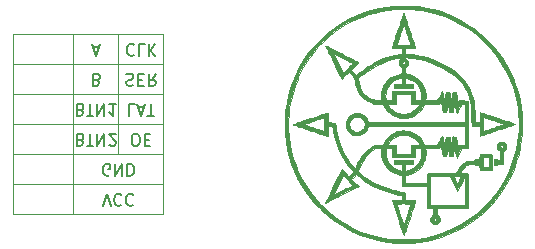
<source format=gbr>
%TF.GenerationSoftware,KiCad,Pcbnew,5.1.9-73d0e3b20d~88~ubuntu20.04.1*%
%TF.CreationDate,2021-03-27T19:40:49+01:00*%
%TF.ProjectId,circledisplay,63697263-6c65-4646-9973-706c61792e6b,rev?*%
%TF.SameCoordinates,Original*%
%TF.FileFunction,Legend,Bot*%
%TF.FilePolarity,Positive*%
%FSLAX46Y46*%
G04 Gerber Fmt 4.6, Leading zero omitted, Abs format (unit mm)*
G04 Created by KiCad (PCBNEW 5.1.9-73d0e3b20d~88~ubuntu20.04.1) date 2021-03-27 19:40:49*
%MOMM*%
%LPD*%
G01*
G04 APERTURE LIST*
%ADD10C,0.150000*%
%ADD11C,0.120000*%
%ADD12C,0.010000*%
G04 APERTURE END LIST*
D10*
X75636428Y-63571428D02*
X75779285Y-63523809D01*
X75826904Y-63476190D01*
X75874523Y-63380952D01*
X75874523Y-63238095D01*
X75826904Y-63142857D01*
X75779285Y-63095238D01*
X75684047Y-63047619D01*
X75303095Y-63047619D01*
X75303095Y-64047619D01*
X75636428Y-64047619D01*
X75731666Y-64000000D01*
X75779285Y-63952380D01*
X75826904Y-63857142D01*
X75826904Y-63761904D01*
X75779285Y-63666666D01*
X75731666Y-63619047D01*
X75636428Y-63571428D01*
X75303095Y-63571428D01*
X75326904Y-60793333D02*
X75803095Y-60793333D01*
X75231666Y-60507619D02*
X75565000Y-61507619D01*
X75898333Y-60507619D01*
X74255476Y-68651428D02*
X74398333Y-68603809D01*
X74445952Y-68556190D01*
X74493571Y-68460952D01*
X74493571Y-68318095D01*
X74445952Y-68222857D01*
X74398333Y-68175238D01*
X74303095Y-68127619D01*
X73922142Y-68127619D01*
X73922142Y-69127619D01*
X74255476Y-69127619D01*
X74350714Y-69080000D01*
X74398333Y-69032380D01*
X74445952Y-68937142D01*
X74445952Y-68841904D01*
X74398333Y-68746666D01*
X74350714Y-68699047D01*
X74255476Y-68651428D01*
X73922142Y-68651428D01*
X74779285Y-69127619D02*
X75350714Y-69127619D01*
X75065000Y-68127619D02*
X75065000Y-69127619D01*
X75684047Y-68127619D02*
X75684047Y-69127619D01*
X76255476Y-68127619D01*
X76255476Y-69127619D01*
X76684047Y-69032380D02*
X76731666Y-69080000D01*
X76826904Y-69127619D01*
X77065000Y-69127619D01*
X77160238Y-69080000D01*
X77207857Y-69032380D01*
X77255476Y-68937142D01*
X77255476Y-68841904D01*
X77207857Y-68699047D01*
X76636428Y-68127619D01*
X77255476Y-68127619D01*
X74255476Y-66111428D02*
X74398333Y-66063809D01*
X74445952Y-66016190D01*
X74493571Y-65920952D01*
X74493571Y-65778095D01*
X74445952Y-65682857D01*
X74398333Y-65635238D01*
X74303095Y-65587619D01*
X73922142Y-65587619D01*
X73922142Y-66587619D01*
X74255476Y-66587619D01*
X74350714Y-66540000D01*
X74398333Y-66492380D01*
X74445952Y-66397142D01*
X74445952Y-66301904D01*
X74398333Y-66206666D01*
X74350714Y-66159047D01*
X74255476Y-66111428D01*
X73922142Y-66111428D01*
X74779285Y-66587619D02*
X75350714Y-66587619D01*
X75065000Y-65587619D02*
X75065000Y-66587619D01*
X75684047Y-65587619D02*
X75684047Y-66587619D01*
X76255476Y-65587619D01*
X76255476Y-66587619D01*
X77255476Y-65587619D02*
X76684047Y-65587619D01*
X76969761Y-65587619D02*
X76969761Y-66587619D01*
X76874523Y-66444761D01*
X76779285Y-66349523D01*
X76684047Y-66301904D01*
X78779761Y-60602857D02*
X78732142Y-60555238D01*
X78589285Y-60507619D01*
X78494047Y-60507619D01*
X78351190Y-60555238D01*
X78255952Y-60650476D01*
X78208333Y-60745714D01*
X78160714Y-60936190D01*
X78160714Y-61079047D01*
X78208333Y-61269523D01*
X78255952Y-61364761D01*
X78351190Y-61460000D01*
X78494047Y-61507619D01*
X78589285Y-61507619D01*
X78732142Y-61460000D01*
X78779761Y-61412380D01*
X79684523Y-60507619D02*
X79208333Y-60507619D01*
X79208333Y-61507619D01*
X80017857Y-60507619D02*
X80017857Y-61507619D01*
X80589285Y-60507619D02*
X80160714Y-61079047D01*
X80589285Y-61507619D02*
X80017857Y-60936190D01*
X78136904Y-63095238D02*
X78279761Y-63047619D01*
X78517857Y-63047619D01*
X78613095Y-63095238D01*
X78660714Y-63142857D01*
X78708333Y-63238095D01*
X78708333Y-63333333D01*
X78660714Y-63428571D01*
X78613095Y-63476190D01*
X78517857Y-63523809D01*
X78327380Y-63571428D01*
X78232142Y-63619047D01*
X78184523Y-63666666D01*
X78136904Y-63761904D01*
X78136904Y-63857142D01*
X78184523Y-63952380D01*
X78232142Y-64000000D01*
X78327380Y-64047619D01*
X78565476Y-64047619D01*
X78708333Y-64000000D01*
X79136904Y-63571428D02*
X79470238Y-63571428D01*
X79613095Y-63047619D02*
X79136904Y-63047619D01*
X79136904Y-64047619D01*
X79613095Y-64047619D01*
X80613095Y-63047619D02*
X80279761Y-63523809D01*
X80041666Y-63047619D02*
X80041666Y-64047619D01*
X80422619Y-64047619D01*
X80517857Y-64000000D01*
X80565476Y-63952380D01*
X80613095Y-63857142D01*
X80613095Y-63714285D01*
X80565476Y-63619047D01*
X80517857Y-63571428D01*
X80422619Y-63523809D01*
X80041666Y-63523809D01*
X78875000Y-65587619D02*
X78398809Y-65587619D01*
X78398809Y-66587619D01*
X79160714Y-65873333D02*
X79636904Y-65873333D01*
X79065476Y-65587619D02*
X79398809Y-66587619D01*
X79732142Y-65587619D01*
X79922619Y-66587619D02*
X80494047Y-66587619D01*
X80208333Y-65587619D02*
X80208333Y-66587619D01*
X78827380Y-69127619D02*
X79017857Y-69127619D01*
X79113095Y-69080000D01*
X79208333Y-68984761D01*
X79255952Y-68794285D01*
X79255952Y-68460952D01*
X79208333Y-68270476D01*
X79113095Y-68175238D01*
X79017857Y-68127619D01*
X78827380Y-68127619D01*
X78732142Y-68175238D01*
X78636904Y-68270476D01*
X78589285Y-68460952D01*
X78589285Y-68794285D01*
X78636904Y-68984761D01*
X78732142Y-69080000D01*
X78827380Y-69127619D01*
X79684523Y-68651428D02*
X80017857Y-68651428D01*
X80160714Y-68127619D02*
X79684523Y-68127619D01*
X79684523Y-69127619D01*
X80160714Y-69127619D01*
X76708095Y-71620000D02*
X76612857Y-71667619D01*
X76470000Y-71667619D01*
X76327142Y-71620000D01*
X76231904Y-71524761D01*
X76184285Y-71429523D01*
X76136666Y-71239047D01*
X76136666Y-71096190D01*
X76184285Y-70905714D01*
X76231904Y-70810476D01*
X76327142Y-70715238D01*
X76470000Y-70667619D01*
X76565238Y-70667619D01*
X76708095Y-70715238D01*
X76755714Y-70762857D01*
X76755714Y-71096190D01*
X76565238Y-71096190D01*
X77184285Y-70667619D02*
X77184285Y-71667619D01*
X77755714Y-70667619D01*
X77755714Y-71667619D01*
X78231904Y-70667619D02*
X78231904Y-71667619D01*
X78470000Y-71667619D01*
X78612857Y-71620000D01*
X78708095Y-71524761D01*
X78755714Y-71429523D01*
X78803333Y-71239047D01*
X78803333Y-71096190D01*
X78755714Y-70905714D01*
X78708095Y-70810476D01*
X78612857Y-70715238D01*
X78470000Y-70667619D01*
X78231904Y-70667619D01*
X76136666Y-74207619D02*
X76470000Y-73207619D01*
X76803333Y-74207619D01*
X77708095Y-73302857D02*
X77660476Y-73255238D01*
X77517619Y-73207619D01*
X77422380Y-73207619D01*
X77279523Y-73255238D01*
X77184285Y-73350476D01*
X77136666Y-73445714D01*
X77089047Y-73636190D01*
X77089047Y-73779047D01*
X77136666Y-73969523D01*
X77184285Y-74064761D01*
X77279523Y-74160000D01*
X77422380Y-74207619D01*
X77517619Y-74207619D01*
X77660476Y-74160000D01*
X77708095Y-74112380D01*
X78708095Y-73302857D02*
X78660476Y-73255238D01*
X78517619Y-73207619D01*
X78422380Y-73207619D01*
X78279523Y-73255238D01*
X78184285Y-73350476D01*
X78136666Y-73445714D01*
X78089047Y-73636190D01*
X78089047Y-73779047D01*
X78136666Y-73969523D01*
X78184285Y-74064761D01*
X78279523Y-74160000D01*
X78422380Y-74207619D01*
X78517619Y-74207619D01*
X78660476Y-74160000D01*
X78708095Y-74112380D01*
D11*
X68580000Y-72390000D02*
X81280000Y-72390000D01*
X68580000Y-69850000D02*
X81280000Y-69850000D01*
X68580000Y-67310000D02*
X81280000Y-67310000D01*
X68580000Y-64770000D02*
X81280000Y-64770000D01*
X68580000Y-62230000D02*
X81280000Y-62230000D01*
X77470000Y-59690000D02*
X77470000Y-69850000D01*
X73660000Y-59690000D02*
X73660000Y-74930000D01*
X68580000Y-74930000D02*
X68580000Y-59690000D01*
X81280000Y-74930000D02*
X68580000Y-74930000D01*
X81280000Y-59690000D02*
X81280000Y-74930000D01*
X68580000Y-59690000D02*
X81280000Y-59690000D01*
D12*
%TO.C,G\u002A\u002A\u002A*%
G36*
X108034837Y-70707595D02*
G01*
X108035544Y-70846672D01*
X108037079Y-70953066D01*
X108039735Y-71031603D01*
X108043805Y-71087108D01*
X108049581Y-71124406D01*
X108057355Y-71148322D01*
X108067420Y-71163682D01*
X108073375Y-71169636D01*
X108091125Y-71181356D01*
X108118700Y-71190184D01*
X108161663Y-71196511D01*
X108225577Y-71200731D01*
X108316005Y-71203235D01*
X108438509Y-71204414D01*
X108570792Y-71204667D01*
X108722176Y-71204448D01*
X108836977Y-71203467D01*
X108920945Y-71201239D01*
X108979831Y-71197278D01*
X109019384Y-71191097D01*
X109045353Y-71182212D01*
X109063489Y-71170136D01*
X109071834Y-71162334D01*
X109084271Y-71148006D01*
X109094004Y-71129521D01*
X109101363Y-71101921D01*
X109106678Y-71060249D01*
X109110280Y-70999548D01*
X109112498Y-70914862D01*
X109113664Y-70801233D01*
X109114109Y-70653705D01*
X109114167Y-70527334D01*
X109114032Y-70353070D01*
X109113407Y-70216182D01*
X109111961Y-70111714D01*
X109109364Y-70034708D01*
X109105285Y-69980208D01*
X109099395Y-69943256D01*
X109091362Y-69918897D01*
X109080856Y-69902172D01*
X109071834Y-69892334D01*
X109055578Y-69878432D01*
X109034538Y-69867952D01*
X109002990Y-69860412D01*
X108955213Y-69855332D01*
X108885483Y-69852233D01*
X108788077Y-69850635D01*
X108657273Y-69850057D01*
X108567114Y-69850000D01*
X108414453Y-69850267D01*
X108309834Y-69851252D01*
X108309834Y-70125167D01*
X108839000Y-70125167D01*
X108839000Y-70929500D01*
X108309834Y-70929500D01*
X108309834Y-70125167D01*
X108309834Y-69851252D01*
X108298523Y-69851359D01*
X108213722Y-69853711D01*
X108154451Y-69857759D01*
X108115108Y-69863940D01*
X108090092Y-69872688D01*
X108073803Y-69884441D01*
X108069697Y-69888709D01*
X108059371Y-69904196D01*
X108051265Y-69928377D01*
X108045119Y-69966032D01*
X108040673Y-70021941D01*
X108037665Y-70100884D01*
X108035835Y-70207643D01*
X108034923Y-70346996D01*
X108034667Y-70523724D01*
X108034667Y-70531011D01*
X108034837Y-70707595D01*
G37*
X108034837Y-70707595D02*
X108035544Y-70846672D01*
X108037079Y-70953066D01*
X108039735Y-71031603D01*
X108043805Y-71087108D01*
X108049581Y-71124406D01*
X108057355Y-71148322D01*
X108067420Y-71163682D01*
X108073375Y-71169636D01*
X108091125Y-71181356D01*
X108118700Y-71190184D01*
X108161663Y-71196511D01*
X108225577Y-71200731D01*
X108316005Y-71203235D01*
X108438509Y-71204414D01*
X108570792Y-71204667D01*
X108722176Y-71204448D01*
X108836977Y-71203467D01*
X108920945Y-71201239D01*
X108979831Y-71197278D01*
X109019384Y-71191097D01*
X109045353Y-71182212D01*
X109063489Y-71170136D01*
X109071834Y-71162334D01*
X109084271Y-71148006D01*
X109094004Y-71129521D01*
X109101363Y-71101921D01*
X109106678Y-71060249D01*
X109110280Y-70999548D01*
X109112498Y-70914862D01*
X109113664Y-70801233D01*
X109114109Y-70653705D01*
X109114167Y-70527334D01*
X109114032Y-70353070D01*
X109113407Y-70216182D01*
X109111961Y-70111714D01*
X109109364Y-70034708D01*
X109105285Y-69980208D01*
X109099395Y-69943256D01*
X109091362Y-69918897D01*
X109080856Y-69902172D01*
X109071834Y-69892334D01*
X109055578Y-69878432D01*
X109034538Y-69867952D01*
X109002990Y-69860412D01*
X108955213Y-69855332D01*
X108885483Y-69852233D01*
X108788077Y-69850635D01*
X108657273Y-69850057D01*
X108567114Y-69850000D01*
X108414453Y-69850267D01*
X108309834Y-69851252D01*
X108309834Y-70125167D01*
X108839000Y-70125167D01*
X108839000Y-70929500D01*
X108309834Y-70929500D01*
X108309834Y-70125167D01*
X108309834Y-69851252D01*
X108298523Y-69851359D01*
X108213722Y-69853711D01*
X108154451Y-69857759D01*
X108115108Y-69863940D01*
X108090092Y-69872688D01*
X108073803Y-69884441D01*
X108069697Y-69888709D01*
X108059371Y-69904196D01*
X108051265Y-69928377D01*
X108045119Y-69966032D01*
X108040673Y-70021941D01*
X108037665Y-70100884D01*
X108035835Y-70207643D01*
X108034923Y-70346996D01*
X108034667Y-70523724D01*
X108034667Y-70531011D01*
X108034837Y-70707595D01*
G36*
X109516334Y-70802500D02*
G01*
X109516334Y-70675500D01*
X109733874Y-70675500D01*
X109826347Y-70676020D01*
X109898523Y-70674484D01*
X109952905Y-70666247D01*
X109991995Y-70646664D01*
X110018298Y-70611091D01*
X110034315Y-70554882D01*
X110042550Y-70473392D01*
X110045507Y-70361978D01*
X110045686Y-70215993D01*
X110045500Y-70097213D01*
X110045500Y-69584827D01*
X110125528Y-69535367D01*
X110219758Y-69453835D01*
X110284172Y-69349218D01*
X110315969Y-69230866D01*
X110312348Y-69108128D01*
X110282056Y-69013041D01*
X110213242Y-68911626D01*
X110117294Y-68832892D01*
X110004919Y-68783822D01*
X109910373Y-68770618D01*
X109909404Y-68770780D01*
X109909404Y-69068925D01*
X109967411Y-69082145D01*
X109991072Y-69100095D01*
X110017308Y-69149668D01*
X110022819Y-69211637D01*
X110006645Y-69264714D01*
X109998934Y-69274267D01*
X109947121Y-69300260D01*
X109886947Y-69296123D01*
X109832373Y-69267616D01*
X109797360Y-69220499D01*
X109791500Y-69188697D01*
X109808813Y-69127811D01*
X109852326Y-69086017D01*
X109909404Y-69068925D01*
X109909404Y-68770780D01*
X109815285Y-68786547D01*
X109715349Y-68829314D01*
X109629331Y-68890624D01*
X109621204Y-68898463D01*
X109545782Y-69001034D01*
X109506917Y-69115529D01*
X109503735Y-69234100D01*
X109535361Y-69348898D01*
X109600921Y-69452073D01*
X109691638Y-69530755D01*
X109770334Y-69581926D01*
X109770334Y-70379167D01*
X109516334Y-70379167D01*
X109516334Y-70252167D01*
X109241167Y-70252167D01*
X109241167Y-70802500D01*
X109516334Y-70802500D01*
G37*
X109516334Y-70802500D02*
X109516334Y-70675500D01*
X109733874Y-70675500D01*
X109826347Y-70676020D01*
X109898523Y-70674484D01*
X109952905Y-70666247D01*
X109991995Y-70646664D01*
X110018298Y-70611091D01*
X110034315Y-70554882D01*
X110042550Y-70473392D01*
X110045507Y-70361978D01*
X110045686Y-70215993D01*
X110045500Y-70097213D01*
X110045500Y-69584827D01*
X110125528Y-69535367D01*
X110219758Y-69453835D01*
X110284172Y-69349218D01*
X110315969Y-69230866D01*
X110312348Y-69108128D01*
X110282056Y-69013041D01*
X110213242Y-68911626D01*
X110117294Y-68832892D01*
X110004919Y-68783822D01*
X109910373Y-68770618D01*
X109909404Y-68770780D01*
X109909404Y-69068925D01*
X109967411Y-69082145D01*
X109991072Y-69100095D01*
X110017308Y-69149668D01*
X110022819Y-69211637D01*
X110006645Y-69264714D01*
X109998934Y-69274267D01*
X109947121Y-69300260D01*
X109886947Y-69296123D01*
X109832373Y-69267616D01*
X109797360Y-69220499D01*
X109791500Y-69188697D01*
X109808813Y-69127811D01*
X109852326Y-69086017D01*
X109909404Y-69068925D01*
X109909404Y-68770780D01*
X109815285Y-68786547D01*
X109715349Y-68829314D01*
X109629331Y-68890624D01*
X109621204Y-68898463D01*
X109545782Y-69001034D01*
X109506917Y-69115529D01*
X109503735Y-69234100D01*
X109535361Y-69348898D01*
X109600921Y-69452073D01*
X109691638Y-69530755D01*
X109770334Y-69581926D01*
X109770334Y-70379167D01*
X109516334Y-70379167D01*
X109516334Y-70252167D01*
X109241167Y-70252167D01*
X109241167Y-70802500D01*
X109516334Y-70802500D01*
G36*
X92233144Y-67318830D02*
G01*
X92286654Y-67339409D01*
X92372751Y-67370716D01*
X92487634Y-67411468D01*
X92627500Y-67460380D01*
X92788548Y-67516168D01*
X92966975Y-67577547D01*
X93158981Y-67643233D01*
X93360763Y-67711941D01*
X93568520Y-67782388D01*
X93778449Y-67853289D01*
X93986749Y-67923360D01*
X94189619Y-67991316D01*
X94383255Y-68055873D01*
X94563858Y-68115746D01*
X94727624Y-68169652D01*
X94870752Y-68216305D01*
X94989441Y-68254422D01*
X95079887Y-68282719D01*
X95138291Y-68299910D01*
X95160043Y-68304834D01*
X95169520Y-68294874D01*
X95176615Y-68262190D01*
X95181591Y-68202576D01*
X95184711Y-68111824D01*
X95186237Y-67985729D01*
X95186500Y-67881500D01*
X95186500Y-67458167D01*
X95376597Y-67458167D01*
X95467043Y-67458815D01*
X95523712Y-67462119D01*
X95555157Y-67470122D01*
X95569931Y-67484865D01*
X95576082Y-67505792D01*
X95582693Y-67543500D01*
X95594318Y-67613910D01*
X95609474Y-67707892D01*
X95626679Y-67816316D01*
X95631855Y-67849251D01*
X95729073Y-68344256D01*
X95862989Y-68827731D01*
X96032043Y-69296415D01*
X96234671Y-69747048D01*
X96469314Y-70176370D01*
X96734409Y-70581122D01*
X97028396Y-70958043D01*
X97226318Y-71178251D01*
X97374180Y-71333910D01*
X97174973Y-71533949D01*
X96975767Y-71733987D01*
X96459966Y-71219107D01*
X96459966Y-71621276D01*
X96881566Y-72042482D01*
X96990517Y-72151516D01*
X97089017Y-72250447D01*
X97173280Y-72335443D01*
X97239519Y-72402673D01*
X97283949Y-72448305D01*
X97302782Y-72468507D01*
X97303167Y-72469125D01*
X97284857Y-72479406D01*
X97232456Y-72506659D01*
X97149758Y-72548961D01*
X97040554Y-72604392D01*
X96908638Y-72671030D01*
X96757802Y-72746954D01*
X96591840Y-72830244D01*
X96456397Y-72898052D01*
X95609627Y-73321540D01*
X96034797Y-72471408D01*
X96459966Y-71621276D01*
X96459966Y-71219107D01*
X96375223Y-71134515D01*
X95673831Y-72537171D01*
X95560555Y-72764077D01*
X95453197Y-72979852D01*
X95353213Y-73181528D01*
X95262055Y-73366139D01*
X95181178Y-73530718D01*
X95112036Y-73672298D01*
X95056082Y-73787911D01*
X95014771Y-73874591D01*
X94989556Y-73929370D01*
X94981889Y-73949278D01*
X95001869Y-73941579D01*
X95056711Y-73916333D01*
X95143447Y-73874992D01*
X95259112Y-73819013D01*
X95400738Y-73749847D01*
X95565358Y-73668949D01*
X95750004Y-73577773D01*
X95951711Y-73477774D01*
X96167509Y-73370403D01*
X96394002Y-73257333D01*
X97796664Y-72555938D01*
X97486335Y-72245090D01*
X97176005Y-71934242D01*
X97375367Y-71735709D01*
X97574728Y-71537176D01*
X97626214Y-71577297D01*
X97661941Y-71605611D01*
X97722458Y-71654063D01*
X97799658Y-71716145D01*
X97885436Y-71785350D01*
X97895727Y-71793667D01*
X98286456Y-72084573D01*
X98709389Y-72352747D01*
X99159726Y-72596016D01*
X99632664Y-72812207D01*
X100123402Y-72999146D01*
X100627139Y-73154661D01*
X101139073Y-73276577D01*
X101197834Y-73288263D01*
X101441250Y-73335687D01*
X101453366Y-73744667D01*
X100608621Y-73744667D01*
X101106706Y-75238755D01*
X101187191Y-75479321D01*
X101264069Y-75707430D01*
X101336270Y-75920010D01*
X101402723Y-76113989D01*
X101462359Y-76286294D01*
X101514108Y-76433854D01*
X101556899Y-76553597D01*
X101589663Y-76642450D01*
X101611329Y-76697342D01*
X101620829Y-76715201D01*
X101620916Y-76715130D01*
X101630083Y-76692606D01*
X101651454Y-76633110D01*
X101683939Y-76539862D01*
X101726443Y-76416081D01*
X101777874Y-76264986D01*
X101837141Y-76089795D01*
X101903149Y-75893728D01*
X101974807Y-75680005D01*
X102051022Y-75451843D01*
X102119056Y-75247500D01*
X102198252Y-75009312D01*
X102273659Y-74782594D01*
X102344197Y-74570589D01*
X102408786Y-74376540D01*
X102466345Y-74203689D01*
X102515794Y-74055280D01*
X102556053Y-73934555D01*
X102586043Y-73844757D01*
X102604683Y-73789128D01*
X102610799Y-73771125D01*
X102605212Y-73761877D01*
X102577940Y-73754912D01*
X102524777Y-73749970D01*
X102441516Y-73746790D01*
X102323950Y-73745111D01*
X102184348Y-73744667D01*
X101748167Y-73744667D01*
X101748167Y-73468109D01*
X101746196Y-73332056D01*
X101739523Y-73232022D01*
X101727008Y-73161845D01*
X101707511Y-73115358D01*
X101679890Y-73086400D01*
X101677219Y-73084606D01*
X101644500Y-73073599D01*
X101611422Y-73066861D01*
X101611422Y-74019834D01*
X101794331Y-74020206D01*
X101938586Y-74021430D01*
X102047863Y-74023670D01*
X102125835Y-74027089D01*
X102176178Y-74031848D01*
X102202564Y-74038112D01*
X102208670Y-74046042D01*
X102208584Y-74046292D01*
X102200042Y-74071358D01*
X102179556Y-74132380D01*
X102148533Y-74225141D01*
X102108380Y-74345423D01*
X102060504Y-74489009D01*
X102006313Y-74651683D01*
X101947212Y-74829227D01*
X101904805Y-74956698D01*
X101610806Y-75840646D01*
X101319494Y-74967282D01*
X101257938Y-74782699D01*
X101200271Y-74609716D01*
X101147930Y-74452641D01*
X101102348Y-74315783D01*
X101064961Y-74203453D01*
X101037204Y-74119959D01*
X101020512Y-74069611D01*
X101016331Y-74056875D01*
X101015179Y-74046119D01*
X101022355Y-74037667D01*
X101042291Y-74031243D01*
X101079418Y-74026571D01*
X101138170Y-74023376D01*
X101222977Y-74021381D01*
X101338272Y-74020311D01*
X101488486Y-74019890D01*
X101611422Y-74019834D01*
X101611422Y-73066861D01*
X101585918Y-73061665D01*
X101548096Y-73055950D01*
X101483641Y-73045926D01*
X101391000Y-73029649D01*
X101283426Y-73009515D01*
X101191523Y-72991437D01*
X100732347Y-72882674D01*
X100274750Y-72742827D01*
X99824422Y-72574591D01*
X99387055Y-72380658D01*
X98968338Y-72163721D01*
X98573963Y-71926471D01*
X98209621Y-71671603D01*
X97938068Y-71452049D01*
X97857879Y-71381715D01*
X97803907Y-71327082D01*
X97774181Y-71278483D01*
X97766727Y-71226252D01*
X97779575Y-71160722D01*
X97810752Y-71072225D01*
X97843538Y-70988619D01*
X97983870Y-70683002D01*
X98158478Y-70386542D01*
X98362262Y-70105531D01*
X98590121Y-69846259D01*
X98836956Y-69615016D01*
X99097668Y-69418094D01*
X99138358Y-69391454D01*
X99185880Y-69361822D01*
X99225581Y-69341911D01*
X99267514Y-69329790D01*
X99321734Y-69323525D01*
X99398296Y-69321184D01*
X99505748Y-69320834D01*
X99613606Y-69321288D01*
X99685597Y-69323310D01*
X99728182Y-69327887D01*
X99747824Y-69336008D01*
X99750985Y-69348660D01*
X99748052Y-69357875D01*
X99736481Y-69409392D01*
X99727902Y-69492559D01*
X99722506Y-69596788D01*
X99720485Y-69711488D01*
X99722030Y-69826070D01*
X99727331Y-69929945D01*
X99736273Y-70010643D01*
X99801317Y-70286533D01*
X99902951Y-70543983D01*
X100038465Y-70780264D01*
X100205150Y-70992647D01*
X100400300Y-71178403D01*
X100621204Y-71334804D01*
X100865153Y-71459121D01*
X101129440Y-71548625D01*
X101298875Y-71584859D01*
X101451834Y-71610658D01*
X101451834Y-72027370D01*
X101452376Y-72176368D01*
X101454278Y-72288846D01*
X101457951Y-72370604D01*
X101463809Y-72427443D01*
X101472263Y-72465166D01*
X101483724Y-72489573D01*
X101484784Y-72491124D01*
X101517734Y-72538167D01*
X103610834Y-72538167D01*
X103610834Y-73445053D01*
X103610923Y-73665332D01*
X103611296Y-73847144D01*
X103612114Y-73994358D01*
X103613533Y-74110839D01*
X103615713Y-74200455D01*
X103618814Y-74267072D01*
X103622994Y-74314559D01*
X103628411Y-74346780D01*
X103635226Y-74367605D01*
X103643596Y-74380899D01*
X103649542Y-74386970D01*
X103676431Y-74403426D01*
X103718915Y-74414013D01*
X103785198Y-74419817D01*
X103883486Y-74421924D01*
X103914125Y-74422000D01*
X104140000Y-74422000D01*
X104140000Y-74695740D01*
X104139526Y-74808415D01*
X104137433Y-74885831D01*
X104132719Y-74935056D01*
X104124381Y-74963161D01*
X104111414Y-74977215D01*
X104099313Y-74982394D01*
X104038055Y-75019765D01*
X103976435Y-75086702D01*
X103922039Y-75171192D01*
X103882454Y-75261221D01*
X103865267Y-75344776D01*
X103865070Y-75353334D01*
X103883222Y-75454023D01*
X103931811Y-75556449D01*
X104002035Y-75647323D01*
X104085092Y-75713359D01*
X104112531Y-75726903D01*
X104215125Y-75751660D01*
X104331366Y-75752123D01*
X104440797Y-75729081D01*
X104479486Y-75712749D01*
X104543669Y-75667509D01*
X104604461Y-75605153D01*
X104621518Y-75582003D01*
X104655115Y-75523534D01*
X104672850Y-75466257D01*
X104679302Y-75392189D01*
X104679750Y-75353334D01*
X104676595Y-75267559D01*
X104664038Y-75205769D01*
X104637437Y-75149883D01*
X104620772Y-75123536D01*
X104569963Y-75062358D01*
X104510999Y-75012567D01*
X104488480Y-74999454D01*
X104415167Y-74964493D01*
X104415167Y-74422000D01*
X105716917Y-74422000D01*
X105983972Y-74421968D01*
X106211912Y-74421803D01*
X106403958Y-74421403D01*
X106563328Y-74420669D01*
X106693240Y-74419498D01*
X106796915Y-74417788D01*
X106877571Y-74415439D01*
X106938427Y-74412349D01*
X106982703Y-74408417D01*
X107013617Y-74403541D01*
X107034389Y-74397620D01*
X107048237Y-74390552D01*
X107058381Y-74382237D01*
X107061000Y-74379667D01*
X107069404Y-74370316D01*
X107076615Y-74358256D01*
X107082725Y-74340387D01*
X107087825Y-74313607D01*
X107092006Y-74274818D01*
X107095359Y-74220917D01*
X107097976Y-74148804D01*
X107099948Y-74055379D01*
X107101365Y-73937541D01*
X107102320Y-73792190D01*
X107102903Y-73616224D01*
X107103205Y-73406544D01*
X107103318Y-73160048D01*
X107103334Y-72940334D01*
X107103305Y-72662984D01*
X107103158Y-72424866D01*
X107102802Y-72222881D01*
X107102145Y-72053928D01*
X107101096Y-71914905D01*
X107099564Y-71802713D01*
X107097458Y-71714251D01*
X107094687Y-71646417D01*
X107091159Y-71596112D01*
X107086783Y-71560236D01*
X107081469Y-71535686D01*
X107075124Y-71519363D01*
X107067658Y-71508166D01*
X107061000Y-71501000D01*
X107040813Y-71484311D01*
X107014369Y-71472662D01*
X106974323Y-71465164D01*
X106913334Y-71460925D01*
X106824058Y-71459057D01*
X106711750Y-71458667D01*
X106603237Y-71457757D01*
X106511572Y-71455254D01*
X106468147Y-71452834D01*
X106468147Y-71733834D01*
X106315595Y-72039799D01*
X106264132Y-72142326D01*
X106219619Y-72229703D01*
X106185270Y-72295722D01*
X106164301Y-72334176D01*
X106159334Y-72341424D01*
X106149114Y-72322013D01*
X106123277Y-72271194D01*
X106085092Y-72195445D01*
X106037828Y-72101243D01*
X106004922Y-72035459D01*
X105854218Y-71733834D01*
X106468147Y-71733834D01*
X106468147Y-71452834D01*
X106444197Y-71451498D01*
X106408552Y-71446828D01*
X106404834Y-71444652D01*
X106414885Y-71421367D01*
X106441828Y-71370636D01*
X106480846Y-71301359D01*
X106503640Y-71262101D01*
X106599281Y-71116394D01*
X106704629Y-70986073D01*
X106812649Y-70878746D01*
X106916308Y-70802023D01*
X106941900Y-70787914D01*
X107048467Y-70746107D01*
X107182765Y-70711703D01*
X107330435Y-70687572D01*
X107477117Y-70676588D01*
X107500209Y-70676239D01*
X107632500Y-70675500D01*
X107632500Y-70802500D01*
X107907667Y-70802500D01*
X107907667Y-70252167D01*
X107632500Y-70252167D01*
X107632500Y-70374600D01*
X107415542Y-70389914D01*
X107195048Y-70413677D01*
X107004072Y-70453934D01*
X106837260Y-70514330D01*
X106689259Y-70598510D01*
X106554718Y-70710119D01*
X106428283Y-70852802D01*
X106304602Y-71030204D01*
X106190265Y-71224287D01*
X106060456Y-71458667D01*
X104870676Y-71458667D01*
X104615729Y-71458726D01*
X104399768Y-71458974D01*
X104219446Y-71459517D01*
X104071415Y-71460461D01*
X103952329Y-71461911D01*
X103886000Y-71463373D01*
X103886000Y-71733834D01*
X105526751Y-71733834D01*
X105841378Y-72363520D01*
X106156006Y-72993207D01*
X106470990Y-72363520D01*
X106546795Y-72213200D01*
X106617295Y-72075732D01*
X106680135Y-71955530D01*
X106732959Y-71857008D01*
X106773410Y-71784581D01*
X106799133Y-71742662D01*
X106807070Y-71733834D01*
X106812104Y-71754888D01*
X106816474Y-71817610D01*
X106820171Y-71921342D01*
X106823182Y-72065423D01*
X106825495Y-72249193D01*
X106827099Y-72471992D01*
X106827983Y-72733162D01*
X106828167Y-72940334D01*
X106828167Y-74146834D01*
X104271680Y-74146834D01*
X104271680Y-75230202D01*
X104307606Y-75236200D01*
X104338644Y-75254539D01*
X104383703Y-75302293D01*
X104394000Y-75353334D01*
X104377859Y-75414803D01*
X104338644Y-75452128D01*
X104294745Y-75475434D01*
X104258766Y-75472651D01*
X104227519Y-75457096D01*
X104186298Y-75422112D01*
X104172192Y-75370144D01*
X104171750Y-75353334D01*
X104180868Y-75294657D01*
X104214772Y-75257300D01*
X104227519Y-75249571D01*
X104271680Y-75230202D01*
X104271680Y-74146834D01*
X103886000Y-74146834D01*
X103886000Y-71733834D01*
X103886000Y-71463373D01*
X103858840Y-71463973D01*
X103787600Y-71466753D01*
X103735263Y-71470356D01*
X103698481Y-71474889D01*
X103673908Y-71480457D01*
X103658195Y-71487167D01*
X103647995Y-71495123D01*
X103645864Y-71497375D01*
X103632807Y-71517454D01*
X103623373Y-71548646D01*
X103617011Y-71597288D01*
X103613168Y-71669717D01*
X103611294Y-71772267D01*
X103610834Y-71899542D01*
X103610834Y-72263000D01*
X101748167Y-72263000D01*
X101748167Y-71610658D01*
X101901125Y-71584859D01*
X102175542Y-71517974D01*
X102432495Y-71414062D01*
X102668837Y-71275485D01*
X102881421Y-71104608D01*
X103067100Y-70903795D01*
X103222727Y-70675410D01*
X103294839Y-70537917D01*
X103364787Y-70380638D01*
X103414301Y-70242578D01*
X103446548Y-70109580D01*
X103464696Y-69967485D01*
X103471913Y-69802135D01*
X103472425Y-69744167D01*
X103471608Y-69631971D01*
X103468787Y-69529336D01*
X103464387Y-69446654D01*
X103458832Y-69394315D01*
X103457904Y-69389625D01*
X103442559Y-69320834D01*
X104648550Y-69320834D01*
X104694826Y-69225584D01*
X104723599Y-69170982D01*
X104746074Y-69136524D01*
X104753449Y-69130334D01*
X104761066Y-69150095D01*
X104775162Y-69205240D01*
X104794336Y-69289559D01*
X104817188Y-69396840D01*
X104842317Y-69520874D01*
X104847734Y-69548375D01*
X104873220Y-69677278D01*
X104896477Y-69792813D01*
X104916114Y-69888225D01*
X104930735Y-69956757D01*
X104938948Y-69991653D01*
X104939616Y-69993783D01*
X104961151Y-70009464D01*
X105014415Y-70016016D01*
X105089139Y-70014949D01*
X105228719Y-70008750D01*
X105286130Y-69663937D01*
X105305792Y-69547143D01*
X105323471Y-69444527D01*
X105337848Y-69363574D01*
X105347599Y-69311768D01*
X105350932Y-69296954D01*
X105356467Y-69309435D01*
X105367338Y-69357624D01*
X105382359Y-69435402D01*
X105400345Y-69536650D01*
X105418781Y-69647059D01*
X105479241Y-70019334D01*
X105763633Y-70019334D01*
X105822988Y-69654209D01*
X105843156Y-69532544D01*
X105861938Y-69423658D01*
X105877957Y-69335190D01*
X105889838Y-69274782D01*
X105895441Y-69251789D01*
X105903037Y-69260614D01*
X105917168Y-69305769D01*
X105936538Y-69381978D01*
X105959853Y-69483969D01*
X105985815Y-69606466D01*
X106000622Y-69680003D01*
X106027659Y-69813501D01*
X106052727Y-69931307D01*
X106074502Y-70027677D01*
X106091663Y-70096869D01*
X106102887Y-70133141D01*
X106105895Y-70137118D01*
X106118815Y-70116477D01*
X106147477Y-70063515D01*
X106188939Y-69983901D01*
X106240262Y-69883302D01*
X106298508Y-69767388D01*
X106319722Y-69724779D01*
X106520360Y-69320834D01*
X106776816Y-69320834D01*
X106887854Y-69320046D01*
X106964478Y-69316985D01*
X107014590Y-69310600D01*
X107046093Y-69299842D01*
X107066887Y-69283662D01*
X107068303Y-69282125D01*
X107074303Y-69272907D01*
X107079582Y-69257628D01*
X107084186Y-69233712D01*
X107088159Y-69198584D01*
X107091547Y-69149668D01*
X107094397Y-69084389D01*
X107096754Y-69000171D01*
X107098663Y-68894438D01*
X107100170Y-68764616D01*
X107101321Y-68608128D01*
X107102162Y-68422399D01*
X107102738Y-68204854D01*
X107103095Y-67952917D01*
X107103278Y-67664012D01*
X107103333Y-67335564D01*
X107103334Y-67306322D01*
X107103304Y-66975786D01*
X107103182Y-66684988D01*
X107102915Y-66431332D01*
X107102454Y-66212224D01*
X107101748Y-66025068D01*
X107100744Y-65867268D01*
X107099393Y-65736231D01*
X107097644Y-65629359D01*
X107095445Y-65544059D01*
X107092745Y-65477734D01*
X107089494Y-65427789D01*
X107085641Y-65391629D01*
X107081135Y-65366660D01*
X107075924Y-65350284D01*
X107069959Y-65339908D01*
X107064625Y-65334197D01*
X107044099Y-65320894D01*
X107012197Y-65311358D01*
X106962438Y-65305004D01*
X106888345Y-65301249D01*
X106783437Y-65299506D01*
X106676660Y-65299167D01*
X106327403Y-65299167D01*
X106277862Y-65404939D01*
X106249242Y-65460936D01*
X106227040Y-65495145D01*
X106218296Y-65500685D01*
X106211355Y-65477848D01*
X106197640Y-65419696D01*
X106178506Y-65332458D01*
X106155309Y-65222364D01*
X106129406Y-65095644D01*
X106120437Y-65050955D01*
X106032604Y-64611250D01*
X105893159Y-64605049D01*
X105842251Y-64601785D01*
X105804411Y-64600738D01*
X105776780Y-64607233D01*
X105756496Y-64626598D01*
X105740701Y-64664158D01*
X105726533Y-64725240D01*
X105711134Y-64815170D01*
X105691642Y-64939274D01*
X105682401Y-64997542D01*
X105664468Y-65104493D01*
X105647782Y-65194760D01*
X105633829Y-65260963D01*
X105624096Y-65295720D01*
X105621667Y-65299167D01*
X105614098Y-65279467D01*
X105601699Y-65225290D01*
X105585956Y-65144015D01*
X105568356Y-65043025D01*
X105560933Y-64997542D01*
X105539096Y-64858799D01*
X105522456Y-64756289D01*
X105508145Y-64684685D01*
X105493292Y-64638661D01*
X105475030Y-64612892D01*
X105450489Y-64602052D01*
X105416799Y-64600816D01*
X105371091Y-64603857D01*
X105349483Y-64605049D01*
X105209344Y-64611250D01*
X105146488Y-64997542D01*
X105126031Y-65119452D01*
X105107040Y-65225551D01*
X105090782Y-65309324D01*
X105078518Y-65364257D01*
X105071540Y-65383834D01*
X105063706Y-65364160D01*
X105049559Y-65309634D01*
X105030657Y-65227001D01*
X105008557Y-65123004D01*
X104989686Y-65029292D01*
X104964767Y-64903134D01*
X104940929Y-64783317D01*
X104920109Y-64679517D01*
X104904244Y-64601406D01*
X104897594Y-64569404D01*
X104875265Y-64464057D01*
X104666278Y-64881612D01*
X104457292Y-65299167D01*
X103947131Y-65299167D01*
X103787287Y-65298995D01*
X103664995Y-65298239D01*
X103575478Y-65296543D01*
X103513956Y-65293549D01*
X103475649Y-65288900D01*
X103455778Y-65282238D01*
X103449564Y-65273205D01*
X103451948Y-65262125D01*
X103463520Y-65210609D01*
X103472099Y-65127441D01*
X103477494Y-65023213D01*
X103479515Y-64908512D01*
X103477971Y-64793930D01*
X103472670Y-64690056D01*
X103463727Y-64609357D01*
X103398713Y-64333728D01*
X103297077Y-64076429D01*
X103161550Y-63840209D01*
X102994860Y-63627818D01*
X102799737Y-63442004D01*
X102578909Y-63285518D01*
X102335105Y-63161109D01*
X102071056Y-63071526D01*
X101901125Y-63035142D01*
X101748167Y-63009342D01*
X101748167Y-62491093D01*
X101826973Y-62439921D01*
X101918426Y-62356377D01*
X101977786Y-62248288D01*
X102001532Y-62122344D01*
X102001819Y-62107612D01*
X101984714Y-61972148D01*
X101933615Y-61860590D01*
X101850214Y-61775223D01*
X101736204Y-61718331D01*
X101707064Y-61709832D01*
X101600000Y-61698363D01*
X101600000Y-61976000D01*
X101649947Y-61992636D01*
X101696843Y-62032471D01*
X101724704Y-62080393D01*
X101727000Y-62096042D01*
X101713502Y-62138811D01*
X101691970Y-62170125D01*
X101640450Y-62201365D01*
X101579656Y-62204099D01*
X101522859Y-62182593D01*
X101483331Y-62141116D01*
X101473000Y-62099720D01*
X101490768Y-62049607D01*
X101533488Y-62003768D01*
X101585286Y-61977669D01*
X101600000Y-61976000D01*
X101600000Y-61698363D01*
X101582742Y-61696514D01*
X101461230Y-61717810D01*
X101354724Y-61770914D01*
X101320996Y-61798594D01*
X101246593Y-61895062D01*
X101205451Y-62006926D01*
X101196850Y-62125287D01*
X101220065Y-62241249D01*
X101274378Y-62345916D01*
X101359064Y-62430391D01*
X101373027Y-62439921D01*
X101451834Y-62491093D01*
X101451834Y-63009342D01*
X101451834Y-63375662D01*
X101451834Y-63944500D01*
X100795667Y-63944500D01*
X100795667Y-64240834D01*
X102404334Y-64240834D01*
X102404334Y-63944500D01*
X101748167Y-63944500D01*
X101748167Y-63375662D01*
X101827542Y-63387765D01*
X102048745Y-63441378D01*
X102266872Y-63532127D01*
X102472393Y-63655308D01*
X102634122Y-63785750D01*
X102803648Y-63970731D01*
X102938879Y-64177851D01*
X103038252Y-64402482D01*
X103100201Y-64639999D01*
X103123162Y-64885777D01*
X103105571Y-65135189D01*
X103100661Y-65165141D01*
X103077321Y-65299167D01*
X102552500Y-65299167D01*
X102552500Y-64494834D01*
X100943834Y-64494834D01*
X100943834Y-64770000D01*
X102256167Y-64770000D01*
X102256167Y-65574334D01*
X102607681Y-65574334D01*
X102742738Y-65574101D01*
X102839438Y-65575413D01*
X102901735Y-65581289D01*
X102933580Y-65594744D01*
X102938926Y-65618797D01*
X102921725Y-65656464D01*
X102885928Y-65710763D01*
X102851692Y-65760624D01*
X102708147Y-65936922D01*
X102532344Y-66094524D01*
X102332423Y-66227393D01*
X102116521Y-66329492D01*
X102055084Y-66351488D01*
X101979149Y-66375223D01*
X101912032Y-66391261D01*
X101841947Y-66401064D01*
X101757106Y-66406091D01*
X101645724Y-66407805D01*
X101600000Y-66407892D01*
X101476982Y-66406968D01*
X101384490Y-66403225D01*
X101310736Y-66395199D01*
X101243934Y-66381432D01*
X101172299Y-66360461D01*
X101144917Y-66351488D01*
X100926033Y-66258963D01*
X100720878Y-66134000D01*
X100537591Y-65982634D01*
X100384311Y-65810902D01*
X100348308Y-65760624D01*
X100301786Y-65692799D01*
X100271076Y-65643732D01*
X100260129Y-65610404D01*
X100272898Y-65589798D01*
X100313335Y-65578898D01*
X100385392Y-65574686D01*
X100493021Y-65574144D01*
X100592319Y-65574334D01*
X100943834Y-65574334D01*
X100943834Y-64770000D01*
X100943834Y-64494834D01*
X100647500Y-64494834D01*
X100647500Y-65299167D01*
X100122158Y-65299167D01*
X100096282Y-65145756D01*
X100077855Y-64918282D01*
X100095451Y-64682953D01*
X100147089Y-64450563D01*
X100230789Y-64231906D01*
X100281770Y-64135000D01*
X100355805Y-64027173D01*
X100455708Y-63909027D01*
X100570666Y-63791376D01*
X100689865Y-63685034D01*
X100802491Y-63600813D01*
X100838000Y-63578770D01*
X100955783Y-63519658D01*
X101094795Y-63464004D01*
X101236745Y-63418344D01*
X101363340Y-63389216D01*
X101372459Y-63387765D01*
X101451834Y-63375662D01*
X101451834Y-63009342D01*
X101298875Y-63035142D01*
X101023550Y-63102151D01*
X100766915Y-63205632D01*
X100531680Y-63342856D01*
X100320553Y-63511093D01*
X100136243Y-63707617D01*
X99981458Y-63929697D01*
X99858907Y-64174604D01*
X99771300Y-64439610D01*
X99736273Y-64609357D01*
X99727135Y-64692656D01*
X99721938Y-64796964D01*
X99720494Y-64911690D01*
X99722610Y-65026245D01*
X99728095Y-65130039D01*
X99736758Y-65212483D01*
X99748052Y-65262125D01*
X99751155Y-65277508D01*
X99741506Y-65287939D01*
X99712715Y-65294368D01*
X99658392Y-65297745D01*
X99572146Y-65299017D01*
X99498732Y-65299167D01*
X99234435Y-65299167D01*
X98945763Y-65173872D01*
X98708952Y-65062720D01*
X98509996Y-64949608D01*
X98344483Y-64830133D01*
X98208006Y-64699896D01*
X98096155Y-64554495D01*
X98004520Y-64389529D01*
X97928693Y-64200597D01*
X97908287Y-64138328D01*
X97882865Y-64049843D01*
X97855049Y-63940972D01*
X97826835Y-63821035D01*
X97800217Y-63699353D01*
X97777190Y-63585245D01*
X97759750Y-63488031D01*
X97749891Y-63417033D01*
X97748433Y-63391507D01*
X97751360Y-63374669D01*
X97761730Y-63355495D01*
X97782681Y-63331612D01*
X97817350Y-63300645D01*
X97868875Y-63260221D01*
X97940394Y-63207966D01*
X98035043Y-63141506D01*
X98155961Y-63058466D01*
X98306286Y-62956472D01*
X98463837Y-62850198D01*
X98856974Y-62595511D01*
X99230722Y-62374637D01*
X99588830Y-62185937D01*
X99935049Y-62027775D01*
X100273128Y-61898512D01*
X100606816Y-61796510D01*
X100939865Y-61720133D01*
X101123750Y-61688513D01*
X101332793Y-61665162D01*
X101569976Y-61653126D01*
X101822674Y-61652298D01*
X102078264Y-61662572D01*
X102324122Y-61683842D01*
X102446667Y-61699611D01*
X102876348Y-61776876D01*
X103305562Y-61882354D01*
X103730286Y-62013951D01*
X104146500Y-62169578D01*
X104550183Y-62347141D01*
X104937314Y-62544551D01*
X105303871Y-62759714D01*
X105645835Y-62990540D01*
X105959183Y-63234937D01*
X106239895Y-63490813D01*
X106483950Y-63756077D01*
X106544814Y-63831297D01*
X106732345Y-64095273D01*
X106892609Y-64376038D01*
X107026934Y-64677287D01*
X107136648Y-65002716D01*
X107223076Y-65356020D01*
X107287545Y-65740895D01*
X107315045Y-65976500D01*
X107321575Y-66058722D01*
X107328401Y-66174845D01*
X107335151Y-66316443D01*
X107341455Y-66475090D01*
X107346942Y-66642360D01*
X107350766Y-66788506D01*
X107354887Y-66962465D01*
X107358682Y-67099042D01*
X107362595Y-67203184D01*
X107367067Y-67279835D01*
X107372541Y-67333940D01*
X107379459Y-67370445D01*
X107388264Y-67394295D01*
X107399399Y-67410436D01*
X107407099Y-67418215D01*
X107428571Y-67434157D01*
X107457863Y-67445247D01*
X107502351Y-67452336D01*
X107569412Y-67456278D01*
X107666424Y-67457924D01*
X107752908Y-67458167D01*
X108055834Y-67458167D01*
X108055834Y-67870917D01*
X108056598Y-67997877D01*
X108058730Y-68109013D01*
X108061984Y-68197908D01*
X108066116Y-68258145D01*
X108070883Y-68283307D01*
X108071541Y-68283667D01*
X108095274Y-68277147D01*
X108154945Y-68258442D01*
X108246735Y-68228829D01*
X108366829Y-68189589D01*
X108511409Y-68141999D01*
X108676658Y-68087339D01*
X108858760Y-68026889D01*
X109053897Y-67961926D01*
X109258254Y-67893730D01*
X109468012Y-67823580D01*
X109679356Y-67752756D01*
X109888468Y-67682535D01*
X110091531Y-67614197D01*
X110284729Y-67549022D01*
X110464245Y-67488288D01*
X110626261Y-67433273D01*
X110766962Y-67385258D01*
X110882530Y-67345521D01*
X110969148Y-67315341D01*
X111023000Y-67295998D01*
X111040334Y-67288834D01*
X111020765Y-67280559D01*
X110964153Y-67260029D01*
X110873634Y-67228312D01*
X110752346Y-67186476D01*
X110603427Y-67135590D01*
X110430013Y-67076723D01*
X110235243Y-67010942D01*
X110022254Y-66939317D01*
X109794185Y-66862916D01*
X109563791Y-66786012D01*
X109323787Y-66706107D01*
X109095477Y-66630231D01*
X108882041Y-66559432D01*
X108686657Y-66494757D01*
X108512505Y-66437255D01*
X108367762Y-66389619D01*
X108367762Y-66696167D01*
X108392553Y-66702648D01*
X108451854Y-66720981D01*
X108540709Y-66749498D01*
X108654162Y-66786534D01*
X108787257Y-66830421D01*
X108935035Y-66879492D01*
X109092542Y-66932080D01*
X109254821Y-66986520D01*
X109416915Y-67041143D01*
X109573868Y-67094284D01*
X109720724Y-67144275D01*
X109852525Y-67189451D01*
X109964315Y-67228143D01*
X110051139Y-67258685D01*
X110108039Y-67279411D01*
X110130060Y-67288653D01*
X110130167Y-67288834D01*
X110110748Y-67297598D01*
X110055213Y-67318226D01*
X109967644Y-67349307D01*
X109852122Y-67389430D01*
X109712730Y-67437185D01*
X109553550Y-67491161D01*
X109378664Y-67549948D01*
X109256762Y-67590650D01*
X109073163Y-67651674D01*
X108901975Y-67708349D01*
X108747368Y-67759313D01*
X108613516Y-67803198D01*
X108504589Y-67838641D01*
X108424761Y-67864275D01*
X108378203Y-67878738D01*
X108367762Y-67881500D01*
X108363724Y-67861226D01*
X108360074Y-67803975D01*
X108356954Y-67715102D01*
X108354504Y-67599962D01*
X108352866Y-67463911D01*
X108352179Y-67312303D01*
X108352167Y-67288834D01*
X108352700Y-67135376D01*
X108354207Y-66996680D01*
X108356545Y-66878103D01*
X108359575Y-66784998D01*
X108363155Y-66722722D01*
X108367144Y-66696629D01*
X108367762Y-66696167D01*
X108367762Y-66389619D01*
X108362761Y-66387973D01*
X108240607Y-66347960D01*
X108149220Y-66318264D01*
X108091779Y-66299933D01*
X108071541Y-66294000D01*
X108066822Y-66314123D01*
X108062671Y-66370319D01*
X108059313Y-66456331D01*
X108056976Y-66565898D01*
X108055885Y-66692763D01*
X108055834Y-66727917D01*
X108055834Y-67161834D01*
X107632500Y-67161834D01*
X107632165Y-66743792D01*
X107621038Y-66271915D01*
X107587824Y-65834120D01*
X107531595Y-65427821D01*
X107451420Y-65050432D01*
X107346374Y-64699369D01*
X107215526Y-64372047D01*
X107057948Y-64065880D01*
X106872712Y-63778284D01*
X106658890Y-63506673D01*
X106415553Y-63248462D01*
X106356429Y-63191748D01*
X106037632Y-62916221D01*
X105683568Y-62655505D01*
X105299416Y-62411915D01*
X104890356Y-62187762D01*
X104461565Y-61985360D01*
X104018225Y-61807021D01*
X103565512Y-61655058D01*
X103108608Y-61531784D01*
X102652690Y-61439512D01*
X102330380Y-61393850D01*
X102209505Y-61381366D01*
X102087274Y-61371198D01*
X101978442Y-61364439D01*
X101901755Y-61362167D01*
X101748167Y-61362167D01*
X101748167Y-60896500D01*
X102171500Y-60896500D01*
X102323134Y-60895878D01*
X102436657Y-60893835D01*
X102516276Y-60890109D01*
X102566198Y-60884438D01*
X102590629Y-60876557D01*
X102594834Y-60870043D01*
X102588310Y-60844410D01*
X102569596Y-60783024D01*
X102539972Y-60689711D01*
X102500722Y-60568297D01*
X102453127Y-60422609D01*
X102398471Y-60256472D01*
X102338035Y-60073712D01*
X102273102Y-59878157D01*
X102204955Y-59673632D01*
X102134875Y-59463964D01*
X102064145Y-59252979D01*
X101994048Y-59044502D01*
X101925867Y-58842361D01*
X101860882Y-58650381D01*
X101800377Y-58472389D01*
X101745635Y-58312211D01*
X101697937Y-58173673D01*
X101658566Y-58060602D01*
X101628804Y-57976823D01*
X101609935Y-57926163D01*
X101603415Y-57912000D01*
X101595132Y-57931453D01*
X101591815Y-57940557D01*
X101591815Y-58843334D01*
X101600357Y-58857478D01*
X101620627Y-58906900D01*
X101650940Y-58986726D01*
X101689608Y-59092082D01*
X101734942Y-59218096D01*
X101785256Y-59359892D01*
X101838862Y-59512599D01*
X101894072Y-59671343D01*
X101949198Y-59831250D01*
X102002554Y-59987446D01*
X102052452Y-60135058D01*
X102097204Y-60269214D01*
X102135122Y-60385038D01*
X102164520Y-60477659D01*
X102183709Y-60542201D01*
X102190996Y-60573709D01*
X102182429Y-60581824D01*
X102153120Y-60588218D01*
X102099370Y-60593056D01*
X102017479Y-60596503D01*
X101903748Y-60598725D01*
X101754478Y-60599888D01*
X101600000Y-60600167D01*
X101446541Y-60599976D01*
X101307845Y-60599436D01*
X101189267Y-60598599D01*
X101096162Y-60597513D01*
X101033887Y-60596231D01*
X101007795Y-60594802D01*
X101007334Y-60594581D01*
X101013787Y-60573731D01*
X101032036Y-60517744D01*
X101060411Y-60431615D01*
X101097246Y-60320343D01*
X101140873Y-60188926D01*
X101189622Y-60042359D01*
X101241828Y-59885642D01*
X101295821Y-59723771D01*
X101349934Y-59561744D01*
X101402499Y-59404558D01*
X101451848Y-59257211D01*
X101496313Y-59124700D01*
X101534226Y-59012022D01*
X101563919Y-58924175D01*
X101583725Y-58866156D01*
X101591815Y-58843334D01*
X101591815Y-57940557D01*
X101574797Y-57987268D01*
X101543693Y-58075630D01*
X101503104Y-58192721D01*
X101454313Y-58334725D01*
X101398602Y-58497828D01*
X101337256Y-58678211D01*
X101271557Y-58872061D01*
X101202789Y-59075559D01*
X101132234Y-59284890D01*
X101061175Y-59496238D01*
X100990897Y-59705787D01*
X100922682Y-59909721D01*
X100857813Y-60104223D01*
X100797573Y-60285477D01*
X100743246Y-60449668D01*
X100696114Y-60592978D01*
X100657462Y-60711593D01*
X100628571Y-60801695D01*
X100610726Y-60859470D01*
X100605167Y-60880793D01*
X100625277Y-60885567D01*
X100681382Y-60889757D01*
X100767147Y-60893127D01*
X100876235Y-60895443D01*
X101002310Y-60896470D01*
X101028500Y-60896500D01*
X101451834Y-60896500D01*
X101451834Y-61129334D01*
X101450487Y-61222902D01*
X101446838Y-61298528D01*
X101441467Y-61347667D01*
X101435959Y-61362226D01*
X101384494Y-61365743D01*
X101301717Y-61375065D01*
X101198020Y-61388721D01*
X101083792Y-61405235D01*
X100969426Y-61423134D01*
X100865311Y-61440945D01*
X100816834Y-61450042D01*
X100507257Y-61521912D01*
X100193105Y-61617758D01*
X99871546Y-61738960D01*
X99539745Y-61886899D01*
X99194871Y-62062958D01*
X98834090Y-62268518D01*
X98454570Y-62504960D01*
X98053477Y-62773666D01*
X97938788Y-62853561D01*
X97590160Y-63098317D01*
X97176026Y-62685737D01*
X97483013Y-62378237D01*
X97575420Y-62284950D01*
X97656686Y-62201522D01*
X97722355Y-62132641D01*
X97767971Y-62083000D01*
X97789076Y-62057287D01*
X97790000Y-62055150D01*
X97771637Y-62043315D01*
X97718947Y-62014561D01*
X97635529Y-61970690D01*
X97524982Y-61913503D01*
X97390904Y-61844803D01*
X97236893Y-61766389D01*
X97066549Y-61680064D01*
X96883470Y-61587628D01*
X96691255Y-61490883D01*
X96493502Y-61391630D01*
X96293811Y-61291671D01*
X96095779Y-61192807D01*
X95903005Y-61096839D01*
X95719089Y-61005568D01*
X95609627Y-60951449D01*
X95609627Y-61277294D01*
X96456397Y-61700782D01*
X96631406Y-61788425D01*
X96794204Y-61870181D01*
X96940997Y-61944126D01*
X97067992Y-62008341D01*
X97171398Y-62060903D01*
X97247420Y-62099893D01*
X97292267Y-62123387D01*
X97303167Y-62129709D01*
X97288802Y-62145465D01*
X97248233Y-62187267D01*
X97185245Y-62251283D01*
X97103624Y-62333681D01*
X97007158Y-62430630D01*
X96899632Y-62538299D01*
X96881566Y-62556352D01*
X96459966Y-62977557D01*
X96034797Y-62127425D01*
X95609627Y-61277294D01*
X95609627Y-60951449D01*
X95547628Y-60920796D01*
X95392222Y-60844324D01*
X95256468Y-60777954D01*
X95143966Y-60723486D01*
X95058315Y-60682722D01*
X95003112Y-60657463D01*
X94981958Y-60649511D01*
X94981889Y-60649556D01*
X94989319Y-60669680D01*
X95014107Y-60723955D01*
X95054452Y-60808783D01*
X95108552Y-60920564D01*
X95174607Y-61055700D01*
X95250814Y-61210592D01*
X95335372Y-61381643D01*
X95426481Y-61565252D01*
X95522338Y-61757821D01*
X95621143Y-61955753D01*
X95721095Y-62155447D01*
X95820392Y-62353306D01*
X95917232Y-62545730D01*
X96009815Y-62729122D01*
X96096339Y-62899881D01*
X96175003Y-63054411D01*
X96244006Y-63189112D01*
X96301547Y-63300385D01*
X96345823Y-63384631D01*
X96375034Y-63438253D01*
X96387379Y-63457651D01*
X96387466Y-63457667D01*
X96406616Y-63443393D01*
X96450664Y-63403654D01*
X96514730Y-63343069D01*
X96593932Y-63266259D01*
X96683389Y-63177846D01*
X96689369Y-63171881D01*
X96975703Y-62886095D01*
X97211179Y-63124256D01*
X97446656Y-63362417D01*
X97493796Y-63637584D01*
X97539311Y-63870278D01*
X97593575Y-64092058D01*
X97653928Y-64293405D01*
X97717713Y-64464803D01*
X97737192Y-64509114D01*
X97827113Y-64679877D01*
X97933791Y-64833422D01*
X98061225Y-64972990D01*
X98213416Y-65101822D01*
X98394364Y-65223160D01*
X98608072Y-65340244D01*
X98858538Y-65456316D01*
X98958260Y-65498390D01*
X99142271Y-65574334D01*
X99487427Y-65574512D01*
X99832584Y-65574690D01*
X99913292Y-65740042D01*
X100050646Y-65974161D01*
X100220777Y-66184211D01*
X100419869Y-66367407D01*
X100644106Y-66520965D01*
X100889672Y-66642102D01*
X101152751Y-66728034D01*
X101312357Y-66760727D01*
X101448824Y-66774245D01*
X101609047Y-66776854D01*
X101776607Y-66769287D01*
X101935089Y-66752273D01*
X102065667Y-66727168D01*
X102214482Y-66678676D01*
X102378663Y-66608101D01*
X102543321Y-66522970D01*
X102693565Y-66430809D01*
X102786055Y-66363038D01*
X102970001Y-66191039D01*
X103133173Y-65991471D01*
X103265441Y-65776938D01*
X103279565Y-65749154D01*
X103366268Y-65574334D01*
X104640764Y-65574334D01*
X104690334Y-65468500D01*
X104719700Y-65410363D01*
X104743212Y-65371922D01*
X104752811Y-65362667D01*
X104760913Y-65382342D01*
X104775291Y-65436872D01*
X104794373Y-65519512D01*
X104816586Y-65623517D01*
X104835481Y-65717209D01*
X104860319Y-65842975D01*
X104883994Y-65962024D01*
X104904595Y-66064801D01*
X104920209Y-66141751D01*
X104926741Y-66173214D01*
X104948237Y-66274679D01*
X105088478Y-66268464D01*
X105228719Y-66262250D01*
X105286130Y-65917437D01*
X105305792Y-65800643D01*
X105323471Y-65698027D01*
X105337848Y-65617074D01*
X105347599Y-65565268D01*
X105350932Y-65550454D01*
X105356467Y-65562935D01*
X105367338Y-65611124D01*
X105382359Y-65688902D01*
X105400345Y-65790150D01*
X105418781Y-65900559D01*
X105479241Y-66272834D01*
X105763300Y-66272834D01*
X105821164Y-65918292D01*
X105841357Y-65796273D01*
X105860285Y-65685007D01*
X105876480Y-65592895D01*
X105888474Y-65528341D01*
X105893558Y-65504149D01*
X105900603Y-65494935D01*
X105911240Y-65514126D01*
X105926183Y-65564442D01*
X105946145Y-65648604D01*
X105971839Y-65769332D01*
X106000478Y-65911607D01*
X106027626Y-66045943D01*
X106052821Y-66165167D01*
X106074731Y-66263407D01*
X106092024Y-66334791D01*
X106103367Y-66373446D01*
X106106421Y-66378667D01*
X106119433Y-66360583D01*
X106148142Y-66310021D01*
X106189608Y-66232510D01*
X106240890Y-66133583D01*
X106299050Y-66018771D01*
X106320167Y-65976500D01*
X106520360Y-65574334D01*
X106828167Y-65574334D01*
X106828167Y-67161834D01*
X98599045Y-67161834D01*
X98586107Y-67093042D01*
X98551187Y-66980185D01*
X98490534Y-66856645D01*
X98412390Y-66736994D01*
X98330721Y-66641460D01*
X98179835Y-66518808D01*
X98012130Y-66431973D01*
X97833349Y-66380953D01*
X97649237Y-66365746D01*
X97615980Y-66369476D01*
X97615980Y-66655257D01*
X97772675Y-66661462D01*
X97919339Y-66708745D01*
X98056749Y-66797297D01*
X98119115Y-66853983D01*
X98214612Y-66962670D01*
X98275498Y-67068233D01*
X98306607Y-67182910D01*
X98312776Y-67318937D01*
X98311858Y-67341750D01*
X98297649Y-67463147D01*
X98265158Y-67565100D01*
X98249559Y-67598028D01*
X98160160Y-67730263D01*
X98042774Y-67837728D01*
X97905183Y-67915539D01*
X97755168Y-67958812D01*
X97663000Y-67966167D01*
X97516176Y-67950864D01*
X97385388Y-67902499D01*
X97262242Y-67817388D01*
X97206983Y-67766017D01*
X97104102Y-67643573D01*
X97039627Y-67517269D01*
X97009875Y-67378714D01*
X97006834Y-67310000D01*
X97022137Y-67163176D01*
X97070502Y-67032388D01*
X97155612Y-66909242D01*
X97206983Y-66853983D01*
X97290816Y-66776725D01*
X97364120Y-66725915D01*
X97439829Y-66692764D01*
X97448472Y-66689941D01*
X97615980Y-66655257D01*
X97615980Y-66369476D01*
X97465537Y-66386351D01*
X97287995Y-66442766D01*
X97122354Y-66534990D01*
X96994870Y-66641870D01*
X96872051Y-66792914D01*
X96785085Y-66960734D01*
X96733973Y-67139594D01*
X96718714Y-67323761D01*
X96739309Y-67507502D01*
X96795757Y-67685082D01*
X96888059Y-67850768D01*
X96994870Y-67978131D01*
X97145831Y-68100875D01*
X97313589Y-68187813D01*
X97492402Y-68238943D01*
X97676523Y-68254262D01*
X97860210Y-68233770D01*
X98037718Y-68177464D01*
X98203302Y-68085342D01*
X98330721Y-67978540D01*
X98417768Y-67875730D01*
X98495038Y-67755392D01*
X98554287Y-67632099D01*
X98586107Y-67526959D01*
X98599045Y-67458167D01*
X106828167Y-67458167D01*
X106828167Y-69045667D01*
X106327403Y-69045667D01*
X106277862Y-69151439D01*
X106249242Y-69207436D01*
X106227040Y-69241645D01*
X106218296Y-69247185D01*
X106211355Y-69224348D01*
X106197640Y-69166196D01*
X106178506Y-69078958D01*
X106155309Y-68968864D01*
X106129406Y-68842144D01*
X106120437Y-68797455D01*
X106032604Y-68357750D01*
X105893159Y-68351549D01*
X105842251Y-68348285D01*
X105804411Y-68347238D01*
X105776780Y-68353733D01*
X105756496Y-68373098D01*
X105740701Y-68410658D01*
X105726533Y-68471740D01*
X105711134Y-68561670D01*
X105691642Y-68685774D01*
X105682401Y-68744042D01*
X105664468Y-68850993D01*
X105647782Y-68941260D01*
X105633829Y-69007463D01*
X105624096Y-69042220D01*
X105621667Y-69045667D01*
X105614098Y-69025967D01*
X105601699Y-68971790D01*
X105585956Y-68890515D01*
X105568356Y-68789525D01*
X105560933Y-68744042D01*
X105539096Y-68605299D01*
X105522456Y-68502789D01*
X105508145Y-68431185D01*
X105493292Y-68385161D01*
X105475030Y-68359392D01*
X105450489Y-68348552D01*
X105416799Y-68347316D01*
X105371091Y-68350357D01*
X105349483Y-68351549D01*
X105209344Y-68357750D01*
X105146488Y-68744042D01*
X105126029Y-68865952D01*
X105107033Y-68972051D01*
X105090766Y-69055825D01*
X105078492Y-69110757D01*
X105071502Y-69130334D01*
X105063965Y-69110570D01*
X105049966Y-69055419D01*
X105030899Y-68971092D01*
X105008157Y-68863800D01*
X104983133Y-68739755D01*
X104977744Y-68712292D01*
X104952030Y-68583087D01*
X104928013Y-68467016D01*
X104907179Y-68370908D01*
X104891017Y-68301592D01*
X104881014Y-68265898D01*
X104880048Y-68263694D01*
X104865512Y-68269325D01*
X104835162Y-68312071D01*
X104788736Y-68392383D01*
X104725970Y-68510712D01*
X104660635Y-68639402D01*
X104457288Y-69045667D01*
X103367384Y-69045667D01*
X103284645Y-68877511D01*
X103145639Y-68641660D01*
X102975121Y-68431468D01*
X102776926Y-68249299D01*
X102554890Y-68097517D01*
X102312850Y-67978486D01*
X102054641Y-67894570D01*
X101784098Y-67848135D01*
X101600000Y-67839167D01*
X101600000Y-68212109D01*
X101723018Y-68213032D01*
X101815511Y-68216776D01*
X101889264Y-68224801D01*
X101956066Y-68238568D01*
X102027702Y-68259539D01*
X102055084Y-68268513D01*
X102290908Y-68368166D01*
X102504381Y-68503242D01*
X102633654Y-68611750D01*
X102694099Y-68672883D01*
X102759873Y-68747364D01*
X102824742Y-68827079D01*
X102882473Y-68903914D01*
X102926831Y-68969754D01*
X102951581Y-69016486D01*
X102954667Y-69029566D01*
X102934664Y-69034924D01*
X102879306Y-69039527D01*
X102795568Y-69043054D01*
X102690427Y-69045181D01*
X102605417Y-69045667D01*
X102256167Y-69045667D01*
X102256167Y-69850000D01*
X100943834Y-69850000D01*
X100943834Y-69045667D01*
X100592319Y-69045667D01*
X100457263Y-69045900D01*
X100360562Y-69044587D01*
X100298265Y-69038712D01*
X100266420Y-69025256D01*
X100261074Y-69001203D01*
X100278275Y-68963536D01*
X100314072Y-68909237D01*
X100348308Y-68859377D01*
X100491853Y-68683078D01*
X100667656Y-68525476D01*
X100867578Y-68392607D01*
X101083479Y-68290508D01*
X101144917Y-68268513D01*
X101220851Y-68244777D01*
X101287968Y-68228739D01*
X101358053Y-68218936D01*
X101442894Y-68213909D01*
X101554276Y-68212196D01*
X101600000Y-68212109D01*
X101600000Y-67839167D01*
X101324622Y-67859437D01*
X101058551Y-67918621D01*
X100805743Y-68014275D01*
X100570156Y-68143959D01*
X100355747Y-68305231D01*
X100166474Y-68495649D01*
X100122158Y-68555718D01*
X100122158Y-69320834D01*
X100647500Y-69320834D01*
X100647500Y-70125167D01*
X102552500Y-70125167D01*
X102552500Y-69320834D01*
X103078438Y-69320834D01*
X103100077Y-69431959D01*
X103115532Y-69564753D01*
X103117572Y-69721459D01*
X103107206Y-69886188D01*
X103085442Y-70043052D01*
X103053292Y-70176161D01*
X103052675Y-70178084D01*
X102975829Y-70372915D01*
X102875055Y-70547759D01*
X102743216Y-70714033D01*
X102668980Y-70791980D01*
X102583767Y-70871675D01*
X102491553Y-70949037D01*
X102405914Y-71013045D01*
X102362000Y-71041230D01*
X102244217Y-71100342D01*
X102105205Y-71155997D01*
X101963256Y-71201657D01*
X101836660Y-71230785D01*
X101827542Y-71232236D01*
X101748167Y-71244339D01*
X101748167Y-70675500D01*
X102404334Y-70675500D01*
X102404334Y-70379167D01*
X100795667Y-70379167D01*
X100795667Y-70675500D01*
X101451834Y-70675500D01*
X101451834Y-71244339D01*
X101372459Y-71232236D01*
X101247929Y-71204750D01*
X101106549Y-71160197D01*
X100966610Y-71105115D01*
X100846402Y-71046040D01*
X100838000Y-71041230D01*
X100730173Y-70967195D01*
X100612027Y-70867292D01*
X100494376Y-70752334D01*
X100388034Y-70633136D01*
X100303813Y-70520510D01*
X100281770Y-70485000D01*
X100183385Y-70276769D01*
X100116110Y-70049623D01*
X100081927Y-69814358D01*
X100082816Y-69581766D01*
X100096282Y-69474245D01*
X100122158Y-69320834D01*
X100122158Y-68555718D01*
X100006293Y-68712771D01*
X99913292Y-68879958D01*
X99832584Y-69045311D01*
X99481981Y-69045489D01*
X99131379Y-69045667D01*
X98984564Y-69143512D01*
X98662309Y-69382555D01*
X98372382Y-69648728D01*
X98114436Y-69942463D01*
X97888121Y-70264193D01*
X97693087Y-70614348D01*
X97568701Y-70892003D01*
X97502282Y-71055589D01*
X97386849Y-70924848D01*
X97081915Y-70555533D01*
X96815307Y-70180223D01*
X96583971Y-69793182D01*
X96384854Y-69388676D01*
X96214905Y-68960970D01*
X96071069Y-68504328D01*
X96042757Y-68399909D01*
X96003273Y-68236978D01*
X95962808Y-68046771D01*
X95924129Y-67844180D01*
X95889999Y-67644097D01*
X95863183Y-67461413D01*
X95852970Y-67377545D01*
X95842172Y-67298909D01*
X95825612Y-67242114D01*
X95796977Y-67203619D01*
X95749956Y-67179886D01*
X95678236Y-67167374D01*
X95575503Y-67162545D01*
X95468259Y-67161834D01*
X95186500Y-67161834D01*
X95186500Y-66736236D01*
X95185939Y-66586049D01*
X95184075Y-66473937D01*
X95180639Y-66395652D01*
X95175359Y-66346946D01*
X95167967Y-66323574D01*
X95160042Y-66320368D01*
X95136064Y-66328492D01*
X95075156Y-66348886D01*
X94980560Y-66380469D01*
X94863709Y-66419430D01*
X94863709Y-66722535D01*
X94871707Y-66728137D01*
X94878025Y-66753940D01*
X94882829Y-66803626D01*
X94886280Y-66880878D01*
X94888545Y-66989377D01*
X94889786Y-67132806D01*
X94890167Y-67314848D01*
X94890167Y-67920493D01*
X94017042Y-67629311D01*
X93832721Y-67567843D01*
X93660201Y-67510312D01*
X93503760Y-67458145D01*
X93367673Y-67412768D01*
X93256217Y-67375606D01*
X93173670Y-67348086D01*
X93124307Y-67331634D01*
X93112167Y-67327592D01*
X93124839Y-67318979D01*
X93173861Y-67298577D01*
X93255350Y-67267773D01*
X93365426Y-67227958D01*
X93500208Y-67180519D01*
X93655815Y-67126844D01*
X93828365Y-67068324D01*
X93958834Y-67024660D01*
X94143504Y-66963169D01*
X94316175Y-66905634D01*
X94472615Y-66853468D01*
X94608594Y-66808083D01*
X94719882Y-66770892D01*
X94802246Y-66743307D01*
X94851456Y-66726742D01*
X94863709Y-66722535D01*
X94863709Y-66419430D01*
X94855518Y-66422162D01*
X94703274Y-66472884D01*
X94527071Y-66531555D01*
X94330150Y-66597095D01*
X94115755Y-66668425D01*
X93887128Y-66744463D01*
X93683667Y-66812111D01*
X93445703Y-66891359D01*
X93219421Y-66966986D01*
X93008041Y-67037898D01*
X92814780Y-67103004D01*
X92642859Y-67161211D01*
X92495497Y-67211427D01*
X92375912Y-67252557D01*
X92287323Y-67283511D01*
X92232951Y-67303194D01*
X92216023Y-67310265D01*
X92233144Y-67318830D01*
G37*
X92233144Y-67318830D02*
X92286654Y-67339409D01*
X92372751Y-67370716D01*
X92487634Y-67411468D01*
X92627500Y-67460380D01*
X92788548Y-67516168D01*
X92966975Y-67577547D01*
X93158981Y-67643233D01*
X93360763Y-67711941D01*
X93568520Y-67782388D01*
X93778449Y-67853289D01*
X93986749Y-67923360D01*
X94189619Y-67991316D01*
X94383255Y-68055873D01*
X94563858Y-68115746D01*
X94727624Y-68169652D01*
X94870752Y-68216305D01*
X94989441Y-68254422D01*
X95079887Y-68282719D01*
X95138291Y-68299910D01*
X95160043Y-68304834D01*
X95169520Y-68294874D01*
X95176615Y-68262190D01*
X95181591Y-68202576D01*
X95184711Y-68111824D01*
X95186237Y-67985729D01*
X95186500Y-67881500D01*
X95186500Y-67458167D01*
X95376597Y-67458167D01*
X95467043Y-67458815D01*
X95523712Y-67462119D01*
X95555157Y-67470122D01*
X95569931Y-67484865D01*
X95576082Y-67505792D01*
X95582693Y-67543500D01*
X95594318Y-67613910D01*
X95609474Y-67707892D01*
X95626679Y-67816316D01*
X95631855Y-67849251D01*
X95729073Y-68344256D01*
X95862989Y-68827731D01*
X96032043Y-69296415D01*
X96234671Y-69747048D01*
X96469314Y-70176370D01*
X96734409Y-70581122D01*
X97028396Y-70958043D01*
X97226318Y-71178251D01*
X97374180Y-71333910D01*
X97174973Y-71533949D01*
X96975767Y-71733987D01*
X96459966Y-71219107D01*
X96459966Y-71621276D01*
X96881566Y-72042482D01*
X96990517Y-72151516D01*
X97089017Y-72250447D01*
X97173280Y-72335443D01*
X97239519Y-72402673D01*
X97283949Y-72448305D01*
X97302782Y-72468507D01*
X97303167Y-72469125D01*
X97284857Y-72479406D01*
X97232456Y-72506659D01*
X97149758Y-72548961D01*
X97040554Y-72604392D01*
X96908638Y-72671030D01*
X96757802Y-72746954D01*
X96591840Y-72830244D01*
X96456397Y-72898052D01*
X95609627Y-73321540D01*
X96034797Y-72471408D01*
X96459966Y-71621276D01*
X96459966Y-71219107D01*
X96375223Y-71134515D01*
X95673831Y-72537171D01*
X95560555Y-72764077D01*
X95453197Y-72979852D01*
X95353213Y-73181528D01*
X95262055Y-73366139D01*
X95181178Y-73530718D01*
X95112036Y-73672298D01*
X95056082Y-73787911D01*
X95014771Y-73874591D01*
X94989556Y-73929370D01*
X94981889Y-73949278D01*
X95001869Y-73941579D01*
X95056711Y-73916333D01*
X95143447Y-73874992D01*
X95259112Y-73819013D01*
X95400738Y-73749847D01*
X95565358Y-73668949D01*
X95750004Y-73577773D01*
X95951711Y-73477774D01*
X96167509Y-73370403D01*
X96394002Y-73257333D01*
X97796664Y-72555938D01*
X97486335Y-72245090D01*
X97176005Y-71934242D01*
X97375367Y-71735709D01*
X97574728Y-71537176D01*
X97626214Y-71577297D01*
X97661941Y-71605611D01*
X97722458Y-71654063D01*
X97799658Y-71716145D01*
X97885436Y-71785350D01*
X97895727Y-71793667D01*
X98286456Y-72084573D01*
X98709389Y-72352747D01*
X99159726Y-72596016D01*
X99632664Y-72812207D01*
X100123402Y-72999146D01*
X100627139Y-73154661D01*
X101139073Y-73276577D01*
X101197834Y-73288263D01*
X101441250Y-73335687D01*
X101453366Y-73744667D01*
X100608621Y-73744667D01*
X101106706Y-75238755D01*
X101187191Y-75479321D01*
X101264069Y-75707430D01*
X101336270Y-75920010D01*
X101402723Y-76113989D01*
X101462359Y-76286294D01*
X101514108Y-76433854D01*
X101556899Y-76553597D01*
X101589663Y-76642450D01*
X101611329Y-76697342D01*
X101620829Y-76715201D01*
X101620916Y-76715130D01*
X101630083Y-76692606D01*
X101651454Y-76633110D01*
X101683939Y-76539862D01*
X101726443Y-76416081D01*
X101777874Y-76264986D01*
X101837141Y-76089795D01*
X101903149Y-75893728D01*
X101974807Y-75680005D01*
X102051022Y-75451843D01*
X102119056Y-75247500D01*
X102198252Y-75009312D01*
X102273659Y-74782594D01*
X102344197Y-74570589D01*
X102408786Y-74376540D01*
X102466345Y-74203689D01*
X102515794Y-74055280D01*
X102556053Y-73934555D01*
X102586043Y-73844757D01*
X102604683Y-73789128D01*
X102610799Y-73771125D01*
X102605212Y-73761877D01*
X102577940Y-73754912D01*
X102524777Y-73749970D01*
X102441516Y-73746790D01*
X102323950Y-73745111D01*
X102184348Y-73744667D01*
X101748167Y-73744667D01*
X101748167Y-73468109D01*
X101746196Y-73332056D01*
X101739523Y-73232022D01*
X101727008Y-73161845D01*
X101707511Y-73115358D01*
X101679890Y-73086400D01*
X101677219Y-73084606D01*
X101644500Y-73073599D01*
X101611422Y-73066861D01*
X101611422Y-74019834D01*
X101794331Y-74020206D01*
X101938586Y-74021430D01*
X102047863Y-74023670D01*
X102125835Y-74027089D01*
X102176178Y-74031848D01*
X102202564Y-74038112D01*
X102208670Y-74046042D01*
X102208584Y-74046292D01*
X102200042Y-74071358D01*
X102179556Y-74132380D01*
X102148533Y-74225141D01*
X102108380Y-74345423D01*
X102060504Y-74489009D01*
X102006313Y-74651683D01*
X101947212Y-74829227D01*
X101904805Y-74956698D01*
X101610806Y-75840646D01*
X101319494Y-74967282D01*
X101257938Y-74782699D01*
X101200271Y-74609716D01*
X101147930Y-74452641D01*
X101102348Y-74315783D01*
X101064961Y-74203453D01*
X101037204Y-74119959D01*
X101020512Y-74069611D01*
X101016331Y-74056875D01*
X101015179Y-74046119D01*
X101022355Y-74037667D01*
X101042291Y-74031243D01*
X101079418Y-74026571D01*
X101138170Y-74023376D01*
X101222977Y-74021381D01*
X101338272Y-74020311D01*
X101488486Y-74019890D01*
X101611422Y-74019834D01*
X101611422Y-73066861D01*
X101585918Y-73061665D01*
X101548096Y-73055950D01*
X101483641Y-73045926D01*
X101391000Y-73029649D01*
X101283426Y-73009515D01*
X101191523Y-72991437D01*
X100732347Y-72882674D01*
X100274750Y-72742827D01*
X99824422Y-72574591D01*
X99387055Y-72380658D01*
X98968338Y-72163721D01*
X98573963Y-71926471D01*
X98209621Y-71671603D01*
X97938068Y-71452049D01*
X97857879Y-71381715D01*
X97803907Y-71327082D01*
X97774181Y-71278483D01*
X97766727Y-71226252D01*
X97779575Y-71160722D01*
X97810752Y-71072225D01*
X97843538Y-70988619D01*
X97983870Y-70683002D01*
X98158478Y-70386542D01*
X98362262Y-70105531D01*
X98590121Y-69846259D01*
X98836956Y-69615016D01*
X99097668Y-69418094D01*
X99138358Y-69391454D01*
X99185880Y-69361822D01*
X99225581Y-69341911D01*
X99267514Y-69329790D01*
X99321734Y-69323525D01*
X99398296Y-69321184D01*
X99505748Y-69320834D01*
X99613606Y-69321288D01*
X99685597Y-69323310D01*
X99728182Y-69327887D01*
X99747824Y-69336008D01*
X99750985Y-69348660D01*
X99748052Y-69357875D01*
X99736481Y-69409392D01*
X99727902Y-69492559D01*
X99722506Y-69596788D01*
X99720485Y-69711488D01*
X99722030Y-69826070D01*
X99727331Y-69929945D01*
X99736273Y-70010643D01*
X99801317Y-70286533D01*
X99902951Y-70543983D01*
X100038465Y-70780264D01*
X100205150Y-70992647D01*
X100400300Y-71178403D01*
X100621204Y-71334804D01*
X100865153Y-71459121D01*
X101129440Y-71548625D01*
X101298875Y-71584859D01*
X101451834Y-71610658D01*
X101451834Y-72027370D01*
X101452376Y-72176368D01*
X101454278Y-72288846D01*
X101457951Y-72370604D01*
X101463809Y-72427443D01*
X101472263Y-72465166D01*
X101483724Y-72489573D01*
X101484784Y-72491124D01*
X101517734Y-72538167D01*
X103610834Y-72538167D01*
X103610834Y-73445053D01*
X103610923Y-73665332D01*
X103611296Y-73847144D01*
X103612114Y-73994358D01*
X103613533Y-74110839D01*
X103615713Y-74200455D01*
X103618814Y-74267072D01*
X103622994Y-74314559D01*
X103628411Y-74346780D01*
X103635226Y-74367605D01*
X103643596Y-74380899D01*
X103649542Y-74386970D01*
X103676431Y-74403426D01*
X103718915Y-74414013D01*
X103785198Y-74419817D01*
X103883486Y-74421924D01*
X103914125Y-74422000D01*
X104140000Y-74422000D01*
X104140000Y-74695740D01*
X104139526Y-74808415D01*
X104137433Y-74885831D01*
X104132719Y-74935056D01*
X104124381Y-74963161D01*
X104111414Y-74977215D01*
X104099313Y-74982394D01*
X104038055Y-75019765D01*
X103976435Y-75086702D01*
X103922039Y-75171192D01*
X103882454Y-75261221D01*
X103865267Y-75344776D01*
X103865070Y-75353334D01*
X103883222Y-75454023D01*
X103931811Y-75556449D01*
X104002035Y-75647323D01*
X104085092Y-75713359D01*
X104112531Y-75726903D01*
X104215125Y-75751660D01*
X104331366Y-75752123D01*
X104440797Y-75729081D01*
X104479486Y-75712749D01*
X104543669Y-75667509D01*
X104604461Y-75605153D01*
X104621518Y-75582003D01*
X104655115Y-75523534D01*
X104672850Y-75466257D01*
X104679302Y-75392189D01*
X104679750Y-75353334D01*
X104676595Y-75267559D01*
X104664038Y-75205769D01*
X104637437Y-75149883D01*
X104620772Y-75123536D01*
X104569963Y-75062358D01*
X104510999Y-75012567D01*
X104488480Y-74999454D01*
X104415167Y-74964493D01*
X104415167Y-74422000D01*
X105716917Y-74422000D01*
X105983972Y-74421968D01*
X106211912Y-74421803D01*
X106403958Y-74421403D01*
X106563328Y-74420669D01*
X106693240Y-74419498D01*
X106796915Y-74417788D01*
X106877571Y-74415439D01*
X106938427Y-74412349D01*
X106982703Y-74408417D01*
X107013617Y-74403541D01*
X107034389Y-74397620D01*
X107048237Y-74390552D01*
X107058381Y-74382237D01*
X107061000Y-74379667D01*
X107069404Y-74370316D01*
X107076615Y-74358256D01*
X107082725Y-74340387D01*
X107087825Y-74313607D01*
X107092006Y-74274818D01*
X107095359Y-74220917D01*
X107097976Y-74148804D01*
X107099948Y-74055379D01*
X107101365Y-73937541D01*
X107102320Y-73792190D01*
X107102903Y-73616224D01*
X107103205Y-73406544D01*
X107103318Y-73160048D01*
X107103334Y-72940334D01*
X107103305Y-72662984D01*
X107103158Y-72424866D01*
X107102802Y-72222881D01*
X107102145Y-72053928D01*
X107101096Y-71914905D01*
X107099564Y-71802713D01*
X107097458Y-71714251D01*
X107094687Y-71646417D01*
X107091159Y-71596112D01*
X107086783Y-71560236D01*
X107081469Y-71535686D01*
X107075124Y-71519363D01*
X107067658Y-71508166D01*
X107061000Y-71501000D01*
X107040813Y-71484311D01*
X107014369Y-71472662D01*
X106974323Y-71465164D01*
X106913334Y-71460925D01*
X106824058Y-71459057D01*
X106711750Y-71458667D01*
X106603237Y-71457757D01*
X106511572Y-71455254D01*
X106468147Y-71452834D01*
X106468147Y-71733834D01*
X106315595Y-72039799D01*
X106264132Y-72142326D01*
X106219619Y-72229703D01*
X106185270Y-72295722D01*
X106164301Y-72334176D01*
X106159334Y-72341424D01*
X106149114Y-72322013D01*
X106123277Y-72271194D01*
X106085092Y-72195445D01*
X106037828Y-72101243D01*
X106004922Y-72035459D01*
X105854218Y-71733834D01*
X106468147Y-71733834D01*
X106468147Y-71452834D01*
X106444197Y-71451498D01*
X106408552Y-71446828D01*
X106404834Y-71444652D01*
X106414885Y-71421367D01*
X106441828Y-71370636D01*
X106480846Y-71301359D01*
X106503640Y-71262101D01*
X106599281Y-71116394D01*
X106704629Y-70986073D01*
X106812649Y-70878746D01*
X106916308Y-70802023D01*
X106941900Y-70787914D01*
X107048467Y-70746107D01*
X107182765Y-70711703D01*
X107330435Y-70687572D01*
X107477117Y-70676588D01*
X107500209Y-70676239D01*
X107632500Y-70675500D01*
X107632500Y-70802500D01*
X107907667Y-70802500D01*
X107907667Y-70252167D01*
X107632500Y-70252167D01*
X107632500Y-70374600D01*
X107415542Y-70389914D01*
X107195048Y-70413677D01*
X107004072Y-70453934D01*
X106837260Y-70514330D01*
X106689259Y-70598510D01*
X106554718Y-70710119D01*
X106428283Y-70852802D01*
X106304602Y-71030204D01*
X106190265Y-71224287D01*
X106060456Y-71458667D01*
X104870676Y-71458667D01*
X104615729Y-71458726D01*
X104399768Y-71458974D01*
X104219446Y-71459517D01*
X104071415Y-71460461D01*
X103952329Y-71461911D01*
X103886000Y-71463373D01*
X103886000Y-71733834D01*
X105526751Y-71733834D01*
X105841378Y-72363520D01*
X106156006Y-72993207D01*
X106470990Y-72363520D01*
X106546795Y-72213200D01*
X106617295Y-72075732D01*
X106680135Y-71955530D01*
X106732959Y-71857008D01*
X106773410Y-71784581D01*
X106799133Y-71742662D01*
X106807070Y-71733834D01*
X106812104Y-71754888D01*
X106816474Y-71817610D01*
X106820171Y-71921342D01*
X106823182Y-72065423D01*
X106825495Y-72249193D01*
X106827099Y-72471992D01*
X106827983Y-72733162D01*
X106828167Y-72940334D01*
X106828167Y-74146834D01*
X104271680Y-74146834D01*
X104271680Y-75230202D01*
X104307606Y-75236200D01*
X104338644Y-75254539D01*
X104383703Y-75302293D01*
X104394000Y-75353334D01*
X104377859Y-75414803D01*
X104338644Y-75452128D01*
X104294745Y-75475434D01*
X104258766Y-75472651D01*
X104227519Y-75457096D01*
X104186298Y-75422112D01*
X104172192Y-75370144D01*
X104171750Y-75353334D01*
X104180868Y-75294657D01*
X104214772Y-75257300D01*
X104227519Y-75249571D01*
X104271680Y-75230202D01*
X104271680Y-74146834D01*
X103886000Y-74146834D01*
X103886000Y-71733834D01*
X103886000Y-71463373D01*
X103858840Y-71463973D01*
X103787600Y-71466753D01*
X103735263Y-71470356D01*
X103698481Y-71474889D01*
X103673908Y-71480457D01*
X103658195Y-71487167D01*
X103647995Y-71495123D01*
X103645864Y-71497375D01*
X103632807Y-71517454D01*
X103623373Y-71548646D01*
X103617011Y-71597288D01*
X103613168Y-71669717D01*
X103611294Y-71772267D01*
X103610834Y-71899542D01*
X103610834Y-72263000D01*
X101748167Y-72263000D01*
X101748167Y-71610658D01*
X101901125Y-71584859D01*
X102175542Y-71517974D01*
X102432495Y-71414062D01*
X102668837Y-71275485D01*
X102881421Y-71104608D01*
X103067100Y-70903795D01*
X103222727Y-70675410D01*
X103294839Y-70537917D01*
X103364787Y-70380638D01*
X103414301Y-70242578D01*
X103446548Y-70109580D01*
X103464696Y-69967485D01*
X103471913Y-69802135D01*
X103472425Y-69744167D01*
X103471608Y-69631971D01*
X103468787Y-69529336D01*
X103464387Y-69446654D01*
X103458832Y-69394315D01*
X103457904Y-69389625D01*
X103442559Y-69320834D01*
X104648550Y-69320834D01*
X104694826Y-69225584D01*
X104723599Y-69170982D01*
X104746074Y-69136524D01*
X104753449Y-69130334D01*
X104761066Y-69150095D01*
X104775162Y-69205240D01*
X104794336Y-69289559D01*
X104817188Y-69396840D01*
X104842317Y-69520874D01*
X104847734Y-69548375D01*
X104873220Y-69677278D01*
X104896477Y-69792813D01*
X104916114Y-69888225D01*
X104930735Y-69956757D01*
X104938948Y-69991653D01*
X104939616Y-69993783D01*
X104961151Y-70009464D01*
X105014415Y-70016016D01*
X105089139Y-70014949D01*
X105228719Y-70008750D01*
X105286130Y-69663937D01*
X105305792Y-69547143D01*
X105323471Y-69444527D01*
X105337848Y-69363574D01*
X105347599Y-69311768D01*
X105350932Y-69296954D01*
X105356467Y-69309435D01*
X105367338Y-69357624D01*
X105382359Y-69435402D01*
X105400345Y-69536650D01*
X105418781Y-69647059D01*
X105479241Y-70019334D01*
X105763633Y-70019334D01*
X105822988Y-69654209D01*
X105843156Y-69532544D01*
X105861938Y-69423658D01*
X105877957Y-69335190D01*
X105889838Y-69274782D01*
X105895441Y-69251789D01*
X105903037Y-69260614D01*
X105917168Y-69305769D01*
X105936538Y-69381978D01*
X105959853Y-69483969D01*
X105985815Y-69606466D01*
X106000622Y-69680003D01*
X106027659Y-69813501D01*
X106052727Y-69931307D01*
X106074502Y-70027677D01*
X106091663Y-70096869D01*
X106102887Y-70133141D01*
X106105895Y-70137118D01*
X106118815Y-70116477D01*
X106147477Y-70063515D01*
X106188939Y-69983901D01*
X106240262Y-69883302D01*
X106298508Y-69767388D01*
X106319722Y-69724779D01*
X106520360Y-69320834D01*
X106776816Y-69320834D01*
X106887854Y-69320046D01*
X106964478Y-69316985D01*
X107014590Y-69310600D01*
X107046093Y-69299842D01*
X107066887Y-69283662D01*
X107068303Y-69282125D01*
X107074303Y-69272907D01*
X107079582Y-69257628D01*
X107084186Y-69233712D01*
X107088159Y-69198584D01*
X107091547Y-69149668D01*
X107094397Y-69084389D01*
X107096754Y-69000171D01*
X107098663Y-68894438D01*
X107100170Y-68764616D01*
X107101321Y-68608128D01*
X107102162Y-68422399D01*
X107102738Y-68204854D01*
X107103095Y-67952917D01*
X107103278Y-67664012D01*
X107103333Y-67335564D01*
X107103334Y-67306322D01*
X107103304Y-66975786D01*
X107103182Y-66684988D01*
X107102915Y-66431332D01*
X107102454Y-66212224D01*
X107101748Y-66025068D01*
X107100744Y-65867268D01*
X107099393Y-65736231D01*
X107097644Y-65629359D01*
X107095445Y-65544059D01*
X107092745Y-65477734D01*
X107089494Y-65427789D01*
X107085641Y-65391629D01*
X107081135Y-65366660D01*
X107075924Y-65350284D01*
X107069959Y-65339908D01*
X107064625Y-65334197D01*
X107044099Y-65320894D01*
X107012197Y-65311358D01*
X106962438Y-65305004D01*
X106888345Y-65301249D01*
X106783437Y-65299506D01*
X106676660Y-65299167D01*
X106327403Y-65299167D01*
X106277862Y-65404939D01*
X106249242Y-65460936D01*
X106227040Y-65495145D01*
X106218296Y-65500685D01*
X106211355Y-65477848D01*
X106197640Y-65419696D01*
X106178506Y-65332458D01*
X106155309Y-65222364D01*
X106129406Y-65095644D01*
X106120437Y-65050955D01*
X106032604Y-64611250D01*
X105893159Y-64605049D01*
X105842251Y-64601785D01*
X105804411Y-64600738D01*
X105776780Y-64607233D01*
X105756496Y-64626598D01*
X105740701Y-64664158D01*
X105726533Y-64725240D01*
X105711134Y-64815170D01*
X105691642Y-64939274D01*
X105682401Y-64997542D01*
X105664468Y-65104493D01*
X105647782Y-65194760D01*
X105633829Y-65260963D01*
X105624096Y-65295720D01*
X105621667Y-65299167D01*
X105614098Y-65279467D01*
X105601699Y-65225290D01*
X105585956Y-65144015D01*
X105568356Y-65043025D01*
X105560933Y-64997542D01*
X105539096Y-64858799D01*
X105522456Y-64756289D01*
X105508145Y-64684685D01*
X105493292Y-64638661D01*
X105475030Y-64612892D01*
X105450489Y-64602052D01*
X105416799Y-64600816D01*
X105371091Y-64603857D01*
X105349483Y-64605049D01*
X105209344Y-64611250D01*
X105146488Y-64997542D01*
X105126031Y-65119452D01*
X105107040Y-65225551D01*
X105090782Y-65309324D01*
X105078518Y-65364257D01*
X105071540Y-65383834D01*
X105063706Y-65364160D01*
X105049559Y-65309634D01*
X105030657Y-65227001D01*
X105008557Y-65123004D01*
X104989686Y-65029292D01*
X104964767Y-64903134D01*
X104940929Y-64783317D01*
X104920109Y-64679517D01*
X104904244Y-64601406D01*
X104897594Y-64569404D01*
X104875265Y-64464057D01*
X104666278Y-64881612D01*
X104457292Y-65299167D01*
X103947131Y-65299167D01*
X103787287Y-65298995D01*
X103664995Y-65298239D01*
X103575478Y-65296543D01*
X103513956Y-65293549D01*
X103475649Y-65288900D01*
X103455778Y-65282238D01*
X103449564Y-65273205D01*
X103451948Y-65262125D01*
X103463520Y-65210609D01*
X103472099Y-65127441D01*
X103477494Y-65023213D01*
X103479515Y-64908512D01*
X103477971Y-64793930D01*
X103472670Y-64690056D01*
X103463727Y-64609357D01*
X103398713Y-64333728D01*
X103297077Y-64076429D01*
X103161550Y-63840209D01*
X102994860Y-63627818D01*
X102799737Y-63442004D01*
X102578909Y-63285518D01*
X102335105Y-63161109D01*
X102071056Y-63071526D01*
X101901125Y-63035142D01*
X101748167Y-63009342D01*
X101748167Y-62491093D01*
X101826973Y-62439921D01*
X101918426Y-62356377D01*
X101977786Y-62248288D01*
X102001532Y-62122344D01*
X102001819Y-62107612D01*
X101984714Y-61972148D01*
X101933615Y-61860590D01*
X101850214Y-61775223D01*
X101736204Y-61718331D01*
X101707064Y-61709832D01*
X101600000Y-61698363D01*
X101600000Y-61976000D01*
X101649947Y-61992636D01*
X101696843Y-62032471D01*
X101724704Y-62080393D01*
X101727000Y-62096042D01*
X101713502Y-62138811D01*
X101691970Y-62170125D01*
X101640450Y-62201365D01*
X101579656Y-62204099D01*
X101522859Y-62182593D01*
X101483331Y-62141116D01*
X101473000Y-62099720D01*
X101490768Y-62049607D01*
X101533488Y-62003768D01*
X101585286Y-61977669D01*
X101600000Y-61976000D01*
X101600000Y-61698363D01*
X101582742Y-61696514D01*
X101461230Y-61717810D01*
X101354724Y-61770914D01*
X101320996Y-61798594D01*
X101246593Y-61895062D01*
X101205451Y-62006926D01*
X101196850Y-62125287D01*
X101220065Y-62241249D01*
X101274378Y-62345916D01*
X101359064Y-62430391D01*
X101373027Y-62439921D01*
X101451834Y-62491093D01*
X101451834Y-63009342D01*
X101451834Y-63375662D01*
X101451834Y-63944500D01*
X100795667Y-63944500D01*
X100795667Y-64240834D01*
X102404334Y-64240834D01*
X102404334Y-63944500D01*
X101748167Y-63944500D01*
X101748167Y-63375662D01*
X101827542Y-63387765D01*
X102048745Y-63441378D01*
X102266872Y-63532127D01*
X102472393Y-63655308D01*
X102634122Y-63785750D01*
X102803648Y-63970731D01*
X102938879Y-64177851D01*
X103038252Y-64402482D01*
X103100201Y-64639999D01*
X103123162Y-64885777D01*
X103105571Y-65135189D01*
X103100661Y-65165141D01*
X103077321Y-65299167D01*
X102552500Y-65299167D01*
X102552500Y-64494834D01*
X100943834Y-64494834D01*
X100943834Y-64770000D01*
X102256167Y-64770000D01*
X102256167Y-65574334D01*
X102607681Y-65574334D01*
X102742738Y-65574101D01*
X102839438Y-65575413D01*
X102901735Y-65581289D01*
X102933580Y-65594744D01*
X102938926Y-65618797D01*
X102921725Y-65656464D01*
X102885928Y-65710763D01*
X102851692Y-65760624D01*
X102708147Y-65936922D01*
X102532344Y-66094524D01*
X102332423Y-66227393D01*
X102116521Y-66329492D01*
X102055084Y-66351488D01*
X101979149Y-66375223D01*
X101912032Y-66391261D01*
X101841947Y-66401064D01*
X101757106Y-66406091D01*
X101645724Y-66407805D01*
X101600000Y-66407892D01*
X101476982Y-66406968D01*
X101384490Y-66403225D01*
X101310736Y-66395199D01*
X101243934Y-66381432D01*
X101172299Y-66360461D01*
X101144917Y-66351488D01*
X100926033Y-66258963D01*
X100720878Y-66134000D01*
X100537591Y-65982634D01*
X100384311Y-65810902D01*
X100348308Y-65760624D01*
X100301786Y-65692799D01*
X100271076Y-65643732D01*
X100260129Y-65610404D01*
X100272898Y-65589798D01*
X100313335Y-65578898D01*
X100385392Y-65574686D01*
X100493021Y-65574144D01*
X100592319Y-65574334D01*
X100943834Y-65574334D01*
X100943834Y-64770000D01*
X100943834Y-64494834D01*
X100647500Y-64494834D01*
X100647500Y-65299167D01*
X100122158Y-65299167D01*
X100096282Y-65145756D01*
X100077855Y-64918282D01*
X100095451Y-64682953D01*
X100147089Y-64450563D01*
X100230789Y-64231906D01*
X100281770Y-64135000D01*
X100355805Y-64027173D01*
X100455708Y-63909027D01*
X100570666Y-63791376D01*
X100689865Y-63685034D01*
X100802491Y-63600813D01*
X100838000Y-63578770D01*
X100955783Y-63519658D01*
X101094795Y-63464004D01*
X101236745Y-63418344D01*
X101363340Y-63389216D01*
X101372459Y-63387765D01*
X101451834Y-63375662D01*
X101451834Y-63009342D01*
X101298875Y-63035142D01*
X101023550Y-63102151D01*
X100766915Y-63205632D01*
X100531680Y-63342856D01*
X100320553Y-63511093D01*
X100136243Y-63707617D01*
X99981458Y-63929697D01*
X99858907Y-64174604D01*
X99771300Y-64439610D01*
X99736273Y-64609357D01*
X99727135Y-64692656D01*
X99721938Y-64796964D01*
X99720494Y-64911690D01*
X99722610Y-65026245D01*
X99728095Y-65130039D01*
X99736758Y-65212483D01*
X99748052Y-65262125D01*
X99751155Y-65277508D01*
X99741506Y-65287939D01*
X99712715Y-65294368D01*
X99658392Y-65297745D01*
X99572146Y-65299017D01*
X99498732Y-65299167D01*
X99234435Y-65299167D01*
X98945763Y-65173872D01*
X98708952Y-65062720D01*
X98509996Y-64949608D01*
X98344483Y-64830133D01*
X98208006Y-64699896D01*
X98096155Y-64554495D01*
X98004520Y-64389529D01*
X97928693Y-64200597D01*
X97908287Y-64138328D01*
X97882865Y-64049843D01*
X97855049Y-63940972D01*
X97826835Y-63821035D01*
X97800217Y-63699353D01*
X97777190Y-63585245D01*
X97759750Y-63488031D01*
X97749891Y-63417033D01*
X97748433Y-63391507D01*
X97751360Y-63374669D01*
X97761730Y-63355495D01*
X97782681Y-63331612D01*
X97817350Y-63300645D01*
X97868875Y-63260221D01*
X97940394Y-63207966D01*
X98035043Y-63141506D01*
X98155961Y-63058466D01*
X98306286Y-62956472D01*
X98463837Y-62850198D01*
X98856974Y-62595511D01*
X99230722Y-62374637D01*
X99588830Y-62185937D01*
X99935049Y-62027775D01*
X100273128Y-61898512D01*
X100606816Y-61796510D01*
X100939865Y-61720133D01*
X101123750Y-61688513D01*
X101332793Y-61665162D01*
X101569976Y-61653126D01*
X101822674Y-61652298D01*
X102078264Y-61662572D01*
X102324122Y-61683842D01*
X102446667Y-61699611D01*
X102876348Y-61776876D01*
X103305562Y-61882354D01*
X103730286Y-62013951D01*
X104146500Y-62169578D01*
X104550183Y-62347141D01*
X104937314Y-62544551D01*
X105303871Y-62759714D01*
X105645835Y-62990540D01*
X105959183Y-63234937D01*
X106239895Y-63490813D01*
X106483950Y-63756077D01*
X106544814Y-63831297D01*
X106732345Y-64095273D01*
X106892609Y-64376038D01*
X107026934Y-64677287D01*
X107136648Y-65002716D01*
X107223076Y-65356020D01*
X107287545Y-65740895D01*
X107315045Y-65976500D01*
X107321575Y-66058722D01*
X107328401Y-66174845D01*
X107335151Y-66316443D01*
X107341455Y-66475090D01*
X107346942Y-66642360D01*
X107350766Y-66788506D01*
X107354887Y-66962465D01*
X107358682Y-67099042D01*
X107362595Y-67203184D01*
X107367067Y-67279835D01*
X107372541Y-67333940D01*
X107379459Y-67370445D01*
X107388264Y-67394295D01*
X107399399Y-67410436D01*
X107407099Y-67418215D01*
X107428571Y-67434157D01*
X107457863Y-67445247D01*
X107502351Y-67452336D01*
X107569412Y-67456278D01*
X107666424Y-67457924D01*
X107752908Y-67458167D01*
X108055834Y-67458167D01*
X108055834Y-67870917D01*
X108056598Y-67997877D01*
X108058730Y-68109013D01*
X108061984Y-68197908D01*
X108066116Y-68258145D01*
X108070883Y-68283307D01*
X108071541Y-68283667D01*
X108095274Y-68277147D01*
X108154945Y-68258442D01*
X108246735Y-68228829D01*
X108366829Y-68189589D01*
X108511409Y-68141999D01*
X108676658Y-68087339D01*
X108858760Y-68026889D01*
X109053897Y-67961926D01*
X109258254Y-67893730D01*
X109468012Y-67823580D01*
X109679356Y-67752756D01*
X109888468Y-67682535D01*
X110091531Y-67614197D01*
X110284729Y-67549022D01*
X110464245Y-67488288D01*
X110626261Y-67433273D01*
X110766962Y-67385258D01*
X110882530Y-67345521D01*
X110969148Y-67315341D01*
X111023000Y-67295998D01*
X111040334Y-67288834D01*
X111020765Y-67280559D01*
X110964153Y-67260029D01*
X110873634Y-67228312D01*
X110752346Y-67186476D01*
X110603427Y-67135590D01*
X110430013Y-67076723D01*
X110235243Y-67010942D01*
X110022254Y-66939317D01*
X109794185Y-66862916D01*
X109563791Y-66786012D01*
X109323787Y-66706107D01*
X109095477Y-66630231D01*
X108882041Y-66559432D01*
X108686657Y-66494757D01*
X108512505Y-66437255D01*
X108367762Y-66389619D01*
X108367762Y-66696167D01*
X108392553Y-66702648D01*
X108451854Y-66720981D01*
X108540709Y-66749498D01*
X108654162Y-66786534D01*
X108787257Y-66830421D01*
X108935035Y-66879492D01*
X109092542Y-66932080D01*
X109254821Y-66986520D01*
X109416915Y-67041143D01*
X109573868Y-67094284D01*
X109720724Y-67144275D01*
X109852525Y-67189451D01*
X109964315Y-67228143D01*
X110051139Y-67258685D01*
X110108039Y-67279411D01*
X110130060Y-67288653D01*
X110130167Y-67288834D01*
X110110748Y-67297598D01*
X110055213Y-67318226D01*
X109967644Y-67349307D01*
X109852122Y-67389430D01*
X109712730Y-67437185D01*
X109553550Y-67491161D01*
X109378664Y-67549948D01*
X109256762Y-67590650D01*
X109073163Y-67651674D01*
X108901975Y-67708349D01*
X108747368Y-67759313D01*
X108613516Y-67803198D01*
X108504589Y-67838641D01*
X108424761Y-67864275D01*
X108378203Y-67878738D01*
X108367762Y-67881500D01*
X108363724Y-67861226D01*
X108360074Y-67803975D01*
X108356954Y-67715102D01*
X108354504Y-67599962D01*
X108352866Y-67463911D01*
X108352179Y-67312303D01*
X108352167Y-67288834D01*
X108352700Y-67135376D01*
X108354207Y-66996680D01*
X108356545Y-66878103D01*
X108359575Y-66784998D01*
X108363155Y-66722722D01*
X108367144Y-66696629D01*
X108367762Y-66696167D01*
X108367762Y-66389619D01*
X108362761Y-66387973D01*
X108240607Y-66347960D01*
X108149220Y-66318264D01*
X108091779Y-66299933D01*
X108071541Y-66294000D01*
X108066822Y-66314123D01*
X108062671Y-66370319D01*
X108059313Y-66456331D01*
X108056976Y-66565898D01*
X108055885Y-66692763D01*
X108055834Y-66727917D01*
X108055834Y-67161834D01*
X107632500Y-67161834D01*
X107632165Y-66743792D01*
X107621038Y-66271915D01*
X107587824Y-65834120D01*
X107531595Y-65427821D01*
X107451420Y-65050432D01*
X107346374Y-64699369D01*
X107215526Y-64372047D01*
X107057948Y-64065880D01*
X106872712Y-63778284D01*
X106658890Y-63506673D01*
X106415553Y-63248462D01*
X106356429Y-63191748D01*
X106037632Y-62916221D01*
X105683568Y-62655505D01*
X105299416Y-62411915D01*
X104890356Y-62187762D01*
X104461565Y-61985360D01*
X104018225Y-61807021D01*
X103565512Y-61655058D01*
X103108608Y-61531784D01*
X102652690Y-61439512D01*
X102330380Y-61393850D01*
X102209505Y-61381366D01*
X102087274Y-61371198D01*
X101978442Y-61364439D01*
X101901755Y-61362167D01*
X101748167Y-61362167D01*
X101748167Y-60896500D01*
X102171500Y-60896500D01*
X102323134Y-60895878D01*
X102436657Y-60893835D01*
X102516276Y-60890109D01*
X102566198Y-60884438D01*
X102590629Y-60876557D01*
X102594834Y-60870043D01*
X102588310Y-60844410D01*
X102569596Y-60783024D01*
X102539972Y-60689711D01*
X102500722Y-60568297D01*
X102453127Y-60422609D01*
X102398471Y-60256472D01*
X102338035Y-60073712D01*
X102273102Y-59878157D01*
X102204955Y-59673632D01*
X102134875Y-59463964D01*
X102064145Y-59252979D01*
X101994048Y-59044502D01*
X101925867Y-58842361D01*
X101860882Y-58650381D01*
X101800377Y-58472389D01*
X101745635Y-58312211D01*
X101697937Y-58173673D01*
X101658566Y-58060602D01*
X101628804Y-57976823D01*
X101609935Y-57926163D01*
X101603415Y-57912000D01*
X101595132Y-57931453D01*
X101591815Y-57940557D01*
X101591815Y-58843334D01*
X101600357Y-58857478D01*
X101620627Y-58906900D01*
X101650940Y-58986726D01*
X101689608Y-59092082D01*
X101734942Y-59218096D01*
X101785256Y-59359892D01*
X101838862Y-59512599D01*
X101894072Y-59671343D01*
X101949198Y-59831250D01*
X102002554Y-59987446D01*
X102052452Y-60135058D01*
X102097204Y-60269214D01*
X102135122Y-60385038D01*
X102164520Y-60477659D01*
X102183709Y-60542201D01*
X102190996Y-60573709D01*
X102182429Y-60581824D01*
X102153120Y-60588218D01*
X102099370Y-60593056D01*
X102017479Y-60596503D01*
X101903748Y-60598725D01*
X101754478Y-60599888D01*
X101600000Y-60600167D01*
X101446541Y-60599976D01*
X101307845Y-60599436D01*
X101189267Y-60598599D01*
X101096162Y-60597513D01*
X101033887Y-60596231D01*
X101007795Y-60594802D01*
X101007334Y-60594581D01*
X101013787Y-60573731D01*
X101032036Y-60517744D01*
X101060411Y-60431615D01*
X101097246Y-60320343D01*
X101140873Y-60188926D01*
X101189622Y-60042359D01*
X101241828Y-59885642D01*
X101295821Y-59723771D01*
X101349934Y-59561744D01*
X101402499Y-59404558D01*
X101451848Y-59257211D01*
X101496313Y-59124700D01*
X101534226Y-59012022D01*
X101563919Y-58924175D01*
X101583725Y-58866156D01*
X101591815Y-58843334D01*
X101591815Y-57940557D01*
X101574797Y-57987268D01*
X101543693Y-58075630D01*
X101503104Y-58192721D01*
X101454313Y-58334725D01*
X101398602Y-58497828D01*
X101337256Y-58678211D01*
X101271557Y-58872061D01*
X101202789Y-59075559D01*
X101132234Y-59284890D01*
X101061175Y-59496238D01*
X100990897Y-59705787D01*
X100922682Y-59909721D01*
X100857813Y-60104223D01*
X100797573Y-60285477D01*
X100743246Y-60449668D01*
X100696114Y-60592978D01*
X100657462Y-60711593D01*
X100628571Y-60801695D01*
X100610726Y-60859470D01*
X100605167Y-60880793D01*
X100625277Y-60885567D01*
X100681382Y-60889757D01*
X100767147Y-60893127D01*
X100876235Y-60895443D01*
X101002310Y-60896470D01*
X101028500Y-60896500D01*
X101451834Y-60896500D01*
X101451834Y-61129334D01*
X101450487Y-61222902D01*
X101446838Y-61298528D01*
X101441467Y-61347667D01*
X101435959Y-61362226D01*
X101384494Y-61365743D01*
X101301717Y-61375065D01*
X101198020Y-61388721D01*
X101083792Y-61405235D01*
X100969426Y-61423134D01*
X100865311Y-61440945D01*
X100816834Y-61450042D01*
X100507257Y-61521912D01*
X100193105Y-61617758D01*
X99871546Y-61738960D01*
X99539745Y-61886899D01*
X99194871Y-62062958D01*
X98834090Y-62268518D01*
X98454570Y-62504960D01*
X98053477Y-62773666D01*
X97938788Y-62853561D01*
X97590160Y-63098317D01*
X97176026Y-62685737D01*
X97483013Y-62378237D01*
X97575420Y-62284950D01*
X97656686Y-62201522D01*
X97722355Y-62132641D01*
X97767971Y-62083000D01*
X97789076Y-62057287D01*
X97790000Y-62055150D01*
X97771637Y-62043315D01*
X97718947Y-62014561D01*
X97635529Y-61970690D01*
X97524982Y-61913503D01*
X97390904Y-61844803D01*
X97236893Y-61766389D01*
X97066549Y-61680064D01*
X96883470Y-61587628D01*
X96691255Y-61490883D01*
X96493502Y-61391630D01*
X96293811Y-61291671D01*
X96095779Y-61192807D01*
X95903005Y-61096839D01*
X95719089Y-61005568D01*
X95609627Y-60951449D01*
X95609627Y-61277294D01*
X96456397Y-61700782D01*
X96631406Y-61788425D01*
X96794204Y-61870181D01*
X96940997Y-61944126D01*
X97067992Y-62008341D01*
X97171398Y-62060903D01*
X97247420Y-62099893D01*
X97292267Y-62123387D01*
X97303167Y-62129709D01*
X97288802Y-62145465D01*
X97248233Y-62187267D01*
X97185245Y-62251283D01*
X97103624Y-62333681D01*
X97007158Y-62430630D01*
X96899632Y-62538299D01*
X96881566Y-62556352D01*
X96459966Y-62977557D01*
X96034797Y-62127425D01*
X95609627Y-61277294D01*
X95609627Y-60951449D01*
X95547628Y-60920796D01*
X95392222Y-60844324D01*
X95256468Y-60777954D01*
X95143966Y-60723486D01*
X95058315Y-60682722D01*
X95003112Y-60657463D01*
X94981958Y-60649511D01*
X94981889Y-60649556D01*
X94989319Y-60669680D01*
X95014107Y-60723955D01*
X95054452Y-60808783D01*
X95108552Y-60920564D01*
X95174607Y-61055700D01*
X95250814Y-61210592D01*
X95335372Y-61381643D01*
X95426481Y-61565252D01*
X95522338Y-61757821D01*
X95621143Y-61955753D01*
X95721095Y-62155447D01*
X95820392Y-62353306D01*
X95917232Y-62545730D01*
X96009815Y-62729122D01*
X96096339Y-62899881D01*
X96175003Y-63054411D01*
X96244006Y-63189112D01*
X96301547Y-63300385D01*
X96345823Y-63384631D01*
X96375034Y-63438253D01*
X96387379Y-63457651D01*
X96387466Y-63457667D01*
X96406616Y-63443393D01*
X96450664Y-63403654D01*
X96514730Y-63343069D01*
X96593932Y-63266259D01*
X96683389Y-63177846D01*
X96689369Y-63171881D01*
X96975703Y-62886095D01*
X97211179Y-63124256D01*
X97446656Y-63362417D01*
X97493796Y-63637584D01*
X97539311Y-63870278D01*
X97593575Y-64092058D01*
X97653928Y-64293405D01*
X97717713Y-64464803D01*
X97737192Y-64509114D01*
X97827113Y-64679877D01*
X97933791Y-64833422D01*
X98061225Y-64972990D01*
X98213416Y-65101822D01*
X98394364Y-65223160D01*
X98608072Y-65340244D01*
X98858538Y-65456316D01*
X98958260Y-65498390D01*
X99142271Y-65574334D01*
X99487427Y-65574512D01*
X99832584Y-65574690D01*
X99913292Y-65740042D01*
X100050646Y-65974161D01*
X100220777Y-66184211D01*
X100419869Y-66367407D01*
X100644106Y-66520965D01*
X100889672Y-66642102D01*
X101152751Y-66728034D01*
X101312357Y-66760727D01*
X101448824Y-66774245D01*
X101609047Y-66776854D01*
X101776607Y-66769287D01*
X101935089Y-66752273D01*
X102065667Y-66727168D01*
X102214482Y-66678676D01*
X102378663Y-66608101D01*
X102543321Y-66522970D01*
X102693565Y-66430809D01*
X102786055Y-66363038D01*
X102970001Y-66191039D01*
X103133173Y-65991471D01*
X103265441Y-65776938D01*
X103279565Y-65749154D01*
X103366268Y-65574334D01*
X104640764Y-65574334D01*
X104690334Y-65468500D01*
X104719700Y-65410363D01*
X104743212Y-65371922D01*
X104752811Y-65362667D01*
X104760913Y-65382342D01*
X104775291Y-65436872D01*
X104794373Y-65519512D01*
X104816586Y-65623517D01*
X104835481Y-65717209D01*
X104860319Y-65842975D01*
X104883994Y-65962024D01*
X104904595Y-66064801D01*
X104920209Y-66141751D01*
X104926741Y-66173214D01*
X104948237Y-66274679D01*
X105088478Y-66268464D01*
X105228719Y-66262250D01*
X105286130Y-65917437D01*
X105305792Y-65800643D01*
X105323471Y-65698027D01*
X105337848Y-65617074D01*
X105347599Y-65565268D01*
X105350932Y-65550454D01*
X105356467Y-65562935D01*
X105367338Y-65611124D01*
X105382359Y-65688902D01*
X105400345Y-65790150D01*
X105418781Y-65900559D01*
X105479241Y-66272834D01*
X105763300Y-66272834D01*
X105821164Y-65918292D01*
X105841357Y-65796273D01*
X105860285Y-65685007D01*
X105876480Y-65592895D01*
X105888474Y-65528341D01*
X105893558Y-65504149D01*
X105900603Y-65494935D01*
X105911240Y-65514126D01*
X105926183Y-65564442D01*
X105946145Y-65648604D01*
X105971839Y-65769332D01*
X106000478Y-65911607D01*
X106027626Y-66045943D01*
X106052821Y-66165167D01*
X106074731Y-66263407D01*
X106092024Y-66334791D01*
X106103367Y-66373446D01*
X106106421Y-66378667D01*
X106119433Y-66360583D01*
X106148142Y-66310021D01*
X106189608Y-66232510D01*
X106240890Y-66133583D01*
X106299050Y-66018771D01*
X106320167Y-65976500D01*
X106520360Y-65574334D01*
X106828167Y-65574334D01*
X106828167Y-67161834D01*
X98599045Y-67161834D01*
X98586107Y-67093042D01*
X98551187Y-66980185D01*
X98490534Y-66856645D01*
X98412390Y-66736994D01*
X98330721Y-66641460D01*
X98179835Y-66518808D01*
X98012130Y-66431973D01*
X97833349Y-66380953D01*
X97649237Y-66365746D01*
X97615980Y-66369476D01*
X97615980Y-66655257D01*
X97772675Y-66661462D01*
X97919339Y-66708745D01*
X98056749Y-66797297D01*
X98119115Y-66853983D01*
X98214612Y-66962670D01*
X98275498Y-67068233D01*
X98306607Y-67182910D01*
X98312776Y-67318937D01*
X98311858Y-67341750D01*
X98297649Y-67463147D01*
X98265158Y-67565100D01*
X98249559Y-67598028D01*
X98160160Y-67730263D01*
X98042774Y-67837728D01*
X97905183Y-67915539D01*
X97755168Y-67958812D01*
X97663000Y-67966167D01*
X97516176Y-67950864D01*
X97385388Y-67902499D01*
X97262242Y-67817388D01*
X97206983Y-67766017D01*
X97104102Y-67643573D01*
X97039627Y-67517269D01*
X97009875Y-67378714D01*
X97006834Y-67310000D01*
X97022137Y-67163176D01*
X97070502Y-67032388D01*
X97155612Y-66909242D01*
X97206983Y-66853983D01*
X97290816Y-66776725D01*
X97364120Y-66725915D01*
X97439829Y-66692764D01*
X97448472Y-66689941D01*
X97615980Y-66655257D01*
X97615980Y-66369476D01*
X97465537Y-66386351D01*
X97287995Y-66442766D01*
X97122354Y-66534990D01*
X96994870Y-66641870D01*
X96872051Y-66792914D01*
X96785085Y-66960734D01*
X96733973Y-67139594D01*
X96718714Y-67323761D01*
X96739309Y-67507502D01*
X96795757Y-67685082D01*
X96888059Y-67850768D01*
X96994870Y-67978131D01*
X97145831Y-68100875D01*
X97313589Y-68187813D01*
X97492402Y-68238943D01*
X97676523Y-68254262D01*
X97860210Y-68233770D01*
X98037718Y-68177464D01*
X98203302Y-68085342D01*
X98330721Y-67978540D01*
X98417768Y-67875730D01*
X98495038Y-67755392D01*
X98554287Y-67632099D01*
X98586107Y-67526959D01*
X98599045Y-67458167D01*
X106828167Y-67458167D01*
X106828167Y-69045667D01*
X106327403Y-69045667D01*
X106277862Y-69151439D01*
X106249242Y-69207436D01*
X106227040Y-69241645D01*
X106218296Y-69247185D01*
X106211355Y-69224348D01*
X106197640Y-69166196D01*
X106178506Y-69078958D01*
X106155309Y-68968864D01*
X106129406Y-68842144D01*
X106120437Y-68797455D01*
X106032604Y-68357750D01*
X105893159Y-68351549D01*
X105842251Y-68348285D01*
X105804411Y-68347238D01*
X105776780Y-68353733D01*
X105756496Y-68373098D01*
X105740701Y-68410658D01*
X105726533Y-68471740D01*
X105711134Y-68561670D01*
X105691642Y-68685774D01*
X105682401Y-68744042D01*
X105664468Y-68850993D01*
X105647782Y-68941260D01*
X105633829Y-69007463D01*
X105624096Y-69042220D01*
X105621667Y-69045667D01*
X105614098Y-69025967D01*
X105601699Y-68971790D01*
X105585956Y-68890515D01*
X105568356Y-68789525D01*
X105560933Y-68744042D01*
X105539096Y-68605299D01*
X105522456Y-68502789D01*
X105508145Y-68431185D01*
X105493292Y-68385161D01*
X105475030Y-68359392D01*
X105450489Y-68348552D01*
X105416799Y-68347316D01*
X105371091Y-68350357D01*
X105349483Y-68351549D01*
X105209344Y-68357750D01*
X105146488Y-68744042D01*
X105126029Y-68865952D01*
X105107033Y-68972051D01*
X105090766Y-69055825D01*
X105078492Y-69110757D01*
X105071502Y-69130334D01*
X105063965Y-69110570D01*
X105049966Y-69055419D01*
X105030899Y-68971092D01*
X105008157Y-68863800D01*
X104983133Y-68739755D01*
X104977744Y-68712292D01*
X104952030Y-68583087D01*
X104928013Y-68467016D01*
X104907179Y-68370908D01*
X104891017Y-68301592D01*
X104881014Y-68265898D01*
X104880048Y-68263694D01*
X104865512Y-68269325D01*
X104835162Y-68312071D01*
X104788736Y-68392383D01*
X104725970Y-68510712D01*
X104660635Y-68639402D01*
X104457288Y-69045667D01*
X103367384Y-69045667D01*
X103284645Y-68877511D01*
X103145639Y-68641660D01*
X102975121Y-68431468D01*
X102776926Y-68249299D01*
X102554890Y-68097517D01*
X102312850Y-67978486D01*
X102054641Y-67894570D01*
X101784098Y-67848135D01*
X101600000Y-67839167D01*
X101600000Y-68212109D01*
X101723018Y-68213032D01*
X101815511Y-68216776D01*
X101889264Y-68224801D01*
X101956066Y-68238568D01*
X102027702Y-68259539D01*
X102055084Y-68268513D01*
X102290908Y-68368166D01*
X102504381Y-68503242D01*
X102633654Y-68611750D01*
X102694099Y-68672883D01*
X102759873Y-68747364D01*
X102824742Y-68827079D01*
X102882473Y-68903914D01*
X102926831Y-68969754D01*
X102951581Y-69016486D01*
X102954667Y-69029566D01*
X102934664Y-69034924D01*
X102879306Y-69039527D01*
X102795568Y-69043054D01*
X102690427Y-69045181D01*
X102605417Y-69045667D01*
X102256167Y-69045667D01*
X102256167Y-69850000D01*
X100943834Y-69850000D01*
X100943834Y-69045667D01*
X100592319Y-69045667D01*
X100457263Y-69045900D01*
X100360562Y-69044587D01*
X100298265Y-69038712D01*
X100266420Y-69025256D01*
X100261074Y-69001203D01*
X100278275Y-68963536D01*
X100314072Y-68909237D01*
X100348308Y-68859377D01*
X100491853Y-68683078D01*
X100667656Y-68525476D01*
X100867578Y-68392607D01*
X101083479Y-68290508D01*
X101144917Y-68268513D01*
X101220851Y-68244777D01*
X101287968Y-68228739D01*
X101358053Y-68218936D01*
X101442894Y-68213909D01*
X101554276Y-68212196D01*
X101600000Y-68212109D01*
X101600000Y-67839167D01*
X101324622Y-67859437D01*
X101058551Y-67918621D01*
X100805743Y-68014275D01*
X100570156Y-68143959D01*
X100355747Y-68305231D01*
X100166474Y-68495649D01*
X100122158Y-68555718D01*
X100122158Y-69320834D01*
X100647500Y-69320834D01*
X100647500Y-70125167D01*
X102552500Y-70125167D01*
X102552500Y-69320834D01*
X103078438Y-69320834D01*
X103100077Y-69431959D01*
X103115532Y-69564753D01*
X103117572Y-69721459D01*
X103107206Y-69886188D01*
X103085442Y-70043052D01*
X103053292Y-70176161D01*
X103052675Y-70178084D01*
X102975829Y-70372915D01*
X102875055Y-70547759D01*
X102743216Y-70714033D01*
X102668980Y-70791980D01*
X102583767Y-70871675D01*
X102491553Y-70949037D01*
X102405914Y-71013045D01*
X102362000Y-71041230D01*
X102244217Y-71100342D01*
X102105205Y-71155997D01*
X101963256Y-71201657D01*
X101836660Y-71230785D01*
X101827542Y-71232236D01*
X101748167Y-71244339D01*
X101748167Y-70675500D01*
X102404334Y-70675500D01*
X102404334Y-70379167D01*
X100795667Y-70379167D01*
X100795667Y-70675500D01*
X101451834Y-70675500D01*
X101451834Y-71244339D01*
X101372459Y-71232236D01*
X101247929Y-71204750D01*
X101106549Y-71160197D01*
X100966610Y-71105115D01*
X100846402Y-71046040D01*
X100838000Y-71041230D01*
X100730173Y-70967195D01*
X100612027Y-70867292D01*
X100494376Y-70752334D01*
X100388034Y-70633136D01*
X100303813Y-70520510D01*
X100281770Y-70485000D01*
X100183385Y-70276769D01*
X100116110Y-70049623D01*
X100081927Y-69814358D01*
X100082816Y-69581766D01*
X100096282Y-69474245D01*
X100122158Y-69320834D01*
X100122158Y-68555718D01*
X100006293Y-68712771D01*
X99913292Y-68879958D01*
X99832584Y-69045311D01*
X99481981Y-69045489D01*
X99131379Y-69045667D01*
X98984564Y-69143512D01*
X98662309Y-69382555D01*
X98372382Y-69648728D01*
X98114436Y-69942463D01*
X97888121Y-70264193D01*
X97693087Y-70614348D01*
X97568701Y-70892003D01*
X97502282Y-71055589D01*
X97386849Y-70924848D01*
X97081915Y-70555533D01*
X96815307Y-70180223D01*
X96583971Y-69793182D01*
X96384854Y-69388676D01*
X96214905Y-68960970D01*
X96071069Y-68504328D01*
X96042757Y-68399909D01*
X96003273Y-68236978D01*
X95962808Y-68046771D01*
X95924129Y-67844180D01*
X95889999Y-67644097D01*
X95863183Y-67461413D01*
X95852970Y-67377545D01*
X95842172Y-67298909D01*
X95825612Y-67242114D01*
X95796977Y-67203619D01*
X95749956Y-67179886D01*
X95678236Y-67167374D01*
X95575503Y-67162545D01*
X95468259Y-67161834D01*
X95186500Y-67161834D01*
X95186500Y-66736236D01*
X95185939Y-66586049D01*
X95184075Y-66473937D01*
X95180639Y-66395652D01*
X95175359Y-66346946D01*
X95167967Y-66323574D01*
X95160042Y-66320368D01*
X95136064Y-66328492D01*
X95075156Y-66348886D01*
X94980560Y-66380469D01*
X94863709Y-66419430D01*
X94863709Y-66722535D01*
X94871707Y-66728137D01*
X94878025Y-66753940D01*
X94882829Y-66803626D01*
X94886280Y-66880878D01*
X94888545Y-66989377D01*
X94889786Y-67132806D01*
X94890167Y-67314848D01*
X94890167Y-67920493D01*
X94017042Y-67629311D01*
X93832721Y-67567843D01*
X93660201Y-67510312D01*
X93503760Y-67458145D01*
X93367673Y-67412768D01*
X93256217Y-67375606D01*
X93173670Y-67348086D01*
X93124307Y-67331634D01*
X93112167Y-67327592D01*
X93124839Y-67318979D01*
X93173861Y-67298577D01*
X93255350Y-67267773D01*
X93365426Y-67227958D01*
X93500208Y-67180519D01*
X93655815Y-67126844D01*
X93828365Y-67068324D01*
X93958834Y-67024660D01*
X94143504Y-66963169D01*
X94316175Y-66905634D01*
X94472615Y-66853468D01*
X94608594Y-66808083D01*
X94719882Y-66770892D01*
X94802246Y-66743307D01*
X94851456Y-66726742D01*
X94863709Y-66722535D01*
X94863709Y-66419430D01*
X94855518Y-66422162D01*
X94703274Y-66472884D01*
X94527071Y-66531555D01*
X94330150Y-66597095D01*
X94115755Y-66668425D01*
X93887128Y-66744463D01*
X93683667Y-66812111D01*
X93445703Y-66891359D01*
X93219421Y-66966986D01*
X93008041Y-67037898D01*
X92814780Y-67103004D01*
X92642859Y-67161211D01*
X92495497Y-67211427D01*
X92375912Y-67252557D01*
X92287323Y-67283511D01*
X92232951Y-67303194D01*
X92216023Y-67310265D01*
X92233144Y-67318830D01*
G36*
X91548807Y-67584679D02*
G01*
X91552437Y-67772359D01*
X91558013Y-67938450D01*
X91565534Y-68073826D01*
X91567883Y-68103750D01*
X91644826Y-68766780D01*
X91761531Y-69415444D01*
X91917868Y-70049398D01*
X92113707Y-70668299D01*
X92348919Y-71271801D01*
X92623375Y-71859561D01*
X92936945Y-72431234D01*
X93289499Y-72986476D01*
X93536118Y-73333840D01*
X93743391Y-73600135D01*
X93978731Y-73878693D01*
X94233609Y-74160506D01*
X94499494Y-74436561D01*
X94767854Y-74697848D01*
X95030158Y-74935358D01*
X95144167Y-75032263D01*
X95653897Y-75428966D01*
X96186909Y-75791848D01*
X96740803Y-76119857D01*
X97313179Y-76411945D01*
X97901635Y-76667059D01*
X98503771Y-76884150D01*
X99117188Y-77062166D01*
X99739484Y-77200057D01*
X100298250Y-77288105D01*
X100516560Y-77314087D01*
X100719317Y-77333818D01*
X100918137Y-77347973D01*
X101124640Y-77357226D01*
X101350444Y-77362253D01*
X101600000Y-77363730D01*
X101855771Y-77362171D01*
X102080925Y-77357042D01*
X102287081Y-77347670D01*
X102485857Y-77333378D01*
X102688870Y-77313493D01*
X102901750Y-77288105D01*
X103528960Y-77186901D01*
X104150223Y-77044521D01*
X104763026Y-76861985D01*
X105364857Y-76640312D01*
X105953202Y-76380519D01*
X106525547Y-76083627D01*
X107079381Y-75750652D01*
X107612189Y-75382615D01*
X107623840Y-75373995D01*
X107973775Y-75099153D01*
X108327145Y-74792115D01*
X108675511Y-74461322D01*
X109010433Y-74115212D01*
X109323473Y-73762225D01*
X109606191Y-73410798D01*
X109663995Y-73333840D01*
X110040420Y-72790942D01*
X110378480Y-72230286D01*
X110677927Y-71652530D01*
X110938513Y-71058329D01*
X111159993Y-70448342D01*
X111342118Y-69823224D01*
X111484642Y-69183633D01*
X111587317Y-68530225D01*
X111632117Y-68103750D01*
X111638738Y-67997471D01*
X111643879Y-67857215D01*
X111647546Y-67691256D01*
X111649746Y-67507865D01*
X111650485Y-67315314D01*
X111649769Y-67121875D01*
X111647605Y-66935820D01*
X111644000Y-66765422D01*
X111638959Y-66618951D01*
X111632490Y-66504680D01*
X111630860Y-66484500D01*
X111553107Y-65830598D01*
X111434814Y-65187170D01*
X111276612Y-64555755D01*
X111079133Y-63937893D01*
X110843008Y-63335124D01*
X110568868Y-62748987D01*
X110257346Y-62181024D01*
X109909071Y-61632773D01*
X109524677Y-61105774D01*
X109321997Y-60854167D01*
X109099046Y-60598573D01*
X108848504Y-60333068D01*
X108579312Y-60066120D01*
X108300410Y-59806197D01*
X108020740Y-59561764D01*
X107749243Y-59341290D01*
X107623840Y-59246005D01*
X107080816Y-58869469D01*
X106520151Y-58531359D01*
X105942465Y-58231907D01*
X105348378Y-57971347D01*
X104738510Y-57749913D01*
X104113482Y-57567838D01*
X103473912Y-57425354D01*
X102820422Y-57322697D01*
X102393750Y-57277883D01*
X102268169Y-57269840D01*
X102109424Y-57263742D01*
X101926641Y-57259590D01*
X101728946Y-57257384D01*
X101600000Y-57257219D01*
X101600000Y-57562872D01*
X101842275Y-57563438D01*
X102049466Y-57565469D01*
X102228808Y-57569459D01*
X102387539Y-57575904D01*
X102532896Y-57585301D01*
X102672117Y-57598145D01*
X102812438Y-57614931D01*
X102961097Y-57636155D01*
X103125331Y-57662314D01*
X103176917Y-57670896D01*
X103814125Y-57798694D01*
X104436168Y-57965748D01*
X105041906Y-58171472D01*
X105630203Y-58415281D01*
X106199920Y-58696590D01*
X106749919Y-59014814D01*
X107279061Y-59369367D01*
X107786210Y-59759664D01*
X108270227Y-60185121D01*
X108501178Y-60408823D01*
X108943760Y-60880841D01*
X109351365Y-61376345D01*
X109723411Y-61894146D01*
X110059320Y-62433056D01*
X110358511Y-62991886D01*
X110620405Y-63569448D01*
X110844422Y-64164551D01*
X111029983Y-64776009D01*
X111176508Y-65402632D01*
X111283416Y-66043231D01*
X111295887Y-66139546D01*
X111309543Y-66263801D01*
X111322743Y-66410791D01*
X111335027Y-66572252D01*
X111345937Y-66739920D01*
X111355012Y-66905531D01*
X111361793Y-67060822D01*
X111365822Y-67197529D01*
X111366639Y-67307388D01*
X111364464Y-67373500D01*
X111362065Y-67419671D01*
X111358785Y-67499071D01*
X111354965Y-67602616D01*
X111350946Y-67721220D01*
X111348551Y-67796834D01*
X111313972Y-68322780D01*
X111243067Y-68862095D01*
X111137260Y-69408984D01*
X110997971Y-69957652D01*
X110826624Y-70502304D01*
X110624641Y-71037147D01*
X110460974Y-71413052D01*
X110177810Y-71977116D01*
X109858215Y-72520820D01*
X109503738Y-73042496D01*
X109115932Y-73540477D01*
X108696348Y-74013097D01*
X108246535Y-74458688D01*
X107768046Y-74875582D01*
X107262431Y-75262113D01*
X106731241Y-75616613D01*
X106330750Y-75852799D01*
X105781839Y-76136044D01*
X105214207Y-76382895D01*
X104626723Y-76593713D01*
X104018256Y-76768861D01*
X103387676Y-76908701D01*
X102733853Y-77013595D01*
X102690084Y-77019268D01*
X102556575Y-77032500D01*
X102388318Y-77043160D01*
X102192793Y-77051246D01*
X101977483Y-77056759D01*
X101749869Y-77059701D01*
X101517435Y-77060069D01*
X101287661Y-77057866D01*
X101068030Y-77053091D01*
X100866025Y-77045745D01*
X100689126Y-77035826D01*
X100544817Y-77023337D01*
X100509917Y-77019207D01*
X99852802Y-76916126D01*
X99218452Y-76777731D01*
X98605478Y-76603469D01*
X98012487Y-76392792D01*
X97438090Y-76145148D01*
X96880895Y-75859988D01*
X96339512Y-75536759D01*
X95812550Y-75174913D01*
X95768584Y-75142509D01*
X95346765Y-74808880D01*
X94933211Y-74440635D01*
X94535489Y-74045484D01*
X94161166Y-73631141D01*
X93817810Y-73205315D01*
X93669056Y-73003085D01*
X93310680Y-72465125D01*
X92989882Y-71910341D01*
X92707240Y-71340411D01*
X92463334Y-70757015D01*
X92258743Y-70161833D01*
X92094046Y-69556543D01*
X91969824Y-68942827D01*
X91886655Y-68322363D01*
X91845816Y-67717459D01*
X91841631Y-67071344D01*
X91875256Y-66442411D01*
X91947256Y-65827722D01*
X92058195Y-65224340D01*
X92208635Y-64629326D01*
X92399141Y-64039744D01*
X92630277Y-63452655D01*
X92690963Y-63313808D01*
X92964395Y-62751414D01*
X93274608Y-62208118D01*
X93619708Y-61685813D01*
X93997801Y-61186393D01*
X94406995Y-60711752D01*
X94845394Y-60263784D01*
X95311106Y-59844383D01*
X95802236Y-59455443D01*
X96316891Y-59098857D01*
X96853177Y-58776519D01*
X97409199Y-58490324D01*
X97603432Y-58401130D01*
X98116158Y-58188498D01*
X98629473Y-58007887D01*
X99151354Y-57857098D01*
X99689779Y-57733935D01*
X100252725Y-57636203D01*
X100509917Y-57600732D01*
X100601838Y-57590071D01*
X100697117Y-57581506D01*
X100801526Y-57574836D01*
X100920834Y-57569860D01*
X101060815Y-57566378D01*
X101227239Y-57564190D01*
X101425878Y-57563096D01*
X101600000Y-57562872D01*
X101600000Y-57257219D01*
X101525464Y-57257123D01*
X101325321Y-57258807D01*
X101137641Y-57262437D01*
X100971551Y-57268013D01*
X100836175Y-57275534D01*
X100806250Y-57277883D01*
X100143717Y-57354832D01*
X99495112Y-57471593D01*
X98861129Y-57627883D01*
X98242463Y-57823417D01*
X97639809Y-58057912D01*
X97053861Y-58331083D01*
X96485313Y-58642647D01*
X95934862Y-58992319D01*
X95403200Y-59379816D01*
X95133584Y-59596842D01*
X94976909Y-59732539D01*
X94801791Y-59893334D01*
X94616203Y-60071245D01*
X94428115Y-60258288D01*
X94245500Y-60446481D01*
X94076329Y-60627841D01*
X93928575Y-60794385D01*
X93878003Y-60854167D01*
X93474258Y-61372083D01*
X93107213Y-61910764D01*
X92777313Y-62469122D01*
X92485001Y-63046068D01*
X92230722Y-63640515D01*
X92014920Y-64251373D01*
X91838038Y-64877554D01*
X91700521Y-65517970D01*
X91602814Y-66171532D01*
X91567883Y-66516250D01*
X91559840Y-66641832D01*
X91553742Y-66800576D01*
X91549590Y-66983359D01*
X91547384Y-67181054D01*
X91547123Y-67384536D01*
X91548807Y-67584679D01*
G37*
X91548807Y-67584679D02*
X91552437Y-67772359D01*
X91558013Y-67938450D01*
X91565534Y-68073826D01*
X91567883Y-68103750D01*
X91644826Y-68766780D01*
X91761531Y-69415444D01*
X91917868Y-70049398D01*
X92113707Y-70668299D01*
X92348919Y-71271801D01*
X92623375Y-71859561D01*
X92936945Y-72431234D01*
X93289499Y-72986476D01*
X93536118Y-73333840D01*
X93743391Y-73600135D01*
X93978731Y-73878693D01*
X94233609Y-74160506D01*
X94499494Y-74436561D01*
X94767854Y-74697848D01*
X95030158Y-74935358D01*
X95144167Y-75032263D01*
X95653897Y-75428966D01*
X96186909Y-75791848D01*
X96740803Y-76119857D01*
X97313179Y-76411945D01*
X97901635Y-76667059D01*
X98503771Y-76884150D01*
X99117188Y-77062166D01*
X99739484Y-77200057D01*
X100298250Y-77288105D01*
X100516560Y-77314087D01*
X100719317Y-77333818D01*
X100918137Y-77347973D01*
X101124640Y-77357226D01*
X101350444Y-77362253D01*
X101600000Y-77363730D01*
X101855771Y-77362171D01*
X102080925Y-77357042D01*
X102287081Y-77347670D01*
X102485857Y-77333378D01*
X102688870Y-77313493D01*
X102901750Y-77288105D01*
X103528960Y-77186901D01*
X104150223Y-77044521D01*
X104763026Y-76861985D01*
X105364857Y-76640312D01*
X105953202Y-76380519D01*
X106525547Y-76083627D01*
X107079381Y-75750652D01*
X107612189Y-75382615D01*
X107623840Y-75373995D01*
X107973775Y-75099153D01*
X108327145Y-74792115D01*
X108675511Y-74461322D01*
X109010433Y-74115212D01*
X109323473Y-73762225D01*
X109606191Y-73410798D01*
X109663995Y-73333840D01*
X110040420Y-72790942D01*
X110378480Y-72230286D01*
X110677927Y-71652530D01*
X110938513Y-71058329D01*
X111159993Y-70448342D01*
X111342118Y-69823224D01*
X111484642Y-69183633D01*
X111587317Y-68530225D01*
X111632117Y-68103750D01*
X111638738Y-67997471D01*
X111643879Y-67857215D01*
X111647546Y-67691256D01*
X111649746Y-67507865D01*
X111650485Y-67315314D01*
X111649769Y-67121875D01*
X111647605Y-66935820D01*
X111644000Y-66765422D01*
X111638959Y-66618951D01*
X111632490Y-66504680D01*
X111630860Y-66484500D01*
X111553107Y-65830598D01*
X111434814Y-65187170D01*
X111276612Y-64555755D01*
X111079133Y-63937893D01*
X110843008Y-63335124D01*
X110568868Y-62748987D01*
X110257346Y-62181024D01*
X109909071Y-61632773D01*
X109524677Y-61105774D01*
X109321997Y-60854167D01*
X109099046Y-60598573D01*
X108848504Y-60333068D01*
X108579312Y-60066120D01*
X108300410Y-59806197D01*
X108020740Y-59561764D01*
X107749243Y-59341290D01*
X107623840Y-59246005D01*
X107080816Y-58869469D01*
X106520151Y-58531359D01*
X105942465Y-58231907D01*
X105348378Y-57971347D01*
X104738510Y-57749913D01*
X104113482Y-57567838D01*
X103473912Y-57425354D01*
X102820422Y-57322697D01*
X102393750Y-57277883D01*
X102268169Y-57269840D01*
X102109424Y-57263742D01*
X101926641Y-57259590D01*
X101728946Y-57257384D01*
X101600000Y-57257219D01*
X101600000Y-57562872D01*
X101842275Y-57563438D01*
X102049466Y-57565469D01*
X102228808Y-57569459D01*
X102387539Y-57575904D01*
X102532896Y-57585301D01*
X102672117Y-57598145D01*
X102812438Y-57614931D01*
X102961097Y-57636155D01*
X103125331Y-57662314D01*
X103176917Y-57670896D01*
X103814125Y-57798694D01*
X104436168Y-57965748D01*
X105041906Y-58171472D01*
X105630203Y-58415281D01*
X106199920Y-58696590D01*
X106749919Y-59014814D01*
X107279061Y-59369367D01*
X107786210Y-59759664D01*
X108270227Y-60185121D01*
X108501178Y-60408823D01*
X108943760Y-60880841D01*
X109351365Y-61376345D01*
X109723411Y-61894146D01*
X110059320Y-62433056D01*
X110358511Y-62991886D01*
X110620405Y-63569448D01*
X110844422Y-64164551D01*
X111029983Y-64776009D01*
X111176508Y-65402632D01*
X111283416Y-66043231D01*
X111295887Y-66139546D01*
X111309543Y-66263801D01*
X111322743Y-66410791D01*
X111335027Y-66572252D01*
X111345937Y-66739920D01*
X111355012Y-66905531D01*
X111361793Y-67060822D01*
X111365822Y-67197529D01*
X111366639Y-67307388D01*
X111364464Y-67373500D01*
X111362065Y-67419671D01*
X111358785Y-67499071D01*
X111354965Y-67602616D01*
X111350946Y-67721220D01*
X111348551Y-67796834D01*
X111313972Y-68322780D01*
X111243067Y-68862095D01*
X111137260Y-69408984D01*
X110997971Y-69957652D01*
X110826624Y-70502304D01*
X110624641Y-71037147D01*
X110460974Y-71413052D01*
X110177810Y-71977116D01*
X109858215Y-72520820D01*
X109503738Y-73042496D01*
X109115932Y-73540477D01*
X108696348Y-74013097D01*
X108246535Y-74458688D01*
X107768046Y-74875582D01*
X107262431Y-75262113D01*
X106731241Y-75616613D01*
X106330750Y-75852799D01*
X105781839Y-76136044D01*
X105214207Y-76382895D01*
X104626723Y-76593713D01*
X104018256Y-76768861D01*
X103387676Y-76908701D01*
X102733853Y-77013595D01*
X102690084Y-77019268D01*
X102556575Y-77032500D01*
X102388318Y-77043160D01*
X102192793Y-77051246D01*
X101977483Y-77056759D01*
X101749869Y-77059701D01*
X101517435Y-77060069D01*
X101287661Y-77057866D01*
X101068030Y-77053091D01*
X100866025Y-77045745D01*
X100689126Y-77035826D01*
X100544817Y-77023337D01*
X100509917Y-77019207D01*
X99852802Y-76916126D01*
X99218452Y-76777731D01*
X98605478Y-76603469D01*
X98012487Y-76392792D01*
X97438090Y-76145148D01*
X96880895Y-75859988D01*
X96339512Y-75536759D01*
X95812550Y-75174913D01*
X95768584Y-75142509D01*
X95346765Y-74808880D01*
X94933211Y-74440635D01*
X94535489Y-74045484D01*
X94161166Y-73631141D01*
X93817810Y-73205315D01*
X93669056Y-73003085D01*
X93310680Y-72465125D01*
X92989882Y-71910341D01*
X92707240Y-71340411D01*
X92463334Y-70757015D01*
X92258743Y-70161833D01*
X92094046Y-69556543D01*
X91969824Y-68942827D01*
X91886655Y-68322363D01*
X91845816Y-67717459D01*
X91841631Y-67071344D01*
X91875256Y-66442411D01*
X91947256Y-65827722D01*
X92058195Y-65224340D01*
X92208635Y-64629326D01*
X92399141Y-64039744D01*
X92630277Y-63452655D01*
X92690963Y-63313808D01*
X92964395Y-62751414D01*
X93274608Y-62208118D01*
X93619708Y-61685813D01*
X93997801Y-61186393D01*
X94406995Y-60711752D01*
X94845394Y-60263784D01*
X95311106Y-59844383D01*
X95802236Y-59455443D01*
X96316891Y-59098857D01*
X96853177Y-58776519D01*
X97409199Y-58490324D01*
X97603432Y-58401130D01*
X98116158Y-58188498D01*
X98629473Y-58007887D01*
X99151354Y-57857098D01*
X99689779Y-57733935D01*
X100252725Y-57636203D01*
X100509917Y-57600732D01*
X100601838Y-57590071D01*
X100697117Y-57581506D01*
X100801526Y-57574836D01*
X100920834Y-57569860D01*
X101060815Y-57566378D01*
X101227239Y-57564190D01*
X101425878Y-57563096D01*
X101600000Y-57562872D01*
X101600000Y-57257219D01*
X101525464Y-57257123D01*
X101325321Y-57258807D01*
X101137641Y-57262437D01*
X100971551Y-57268013D01*
X100836175Y-57275534D01*
X100806250Y-57277883D01*
X100143717Y-57354832D01*
X99495112Y-57471593D01*
X98861129Y-57627883D01*
X98242463Y-57823417D01*
X97639809Y-58057912D01*
X97053861Y-58331083D01*
X96485313Y-58642647D01*
X95934862Y-58992319D01*
X95403200Y-59379816D01*
X95133584Y-59596842D01*
X94976909Y-59732539D01*
X94801791Y-59893334D01*
X94616203Y-60071245D01*
X94428115Y-60258288D01*
X94245500Y-60446481D01*
X94076329Y-60627841D01*
X93928575Y-60794385D01*
X93878003Y-60854167D01*
X93474258Y-61372083D01*
X93107213Y-61910764D01*
X92777313Y-62469122D01*
X92485001Y-63046068D01*
X92230722Y-63640515D01*
X92014920Y-64251373D01*
X91838038Y-64877554D01*
X91700521Y-65517970D01*
X91602814Y-66171532D01*
X91567883Y-66516250D01*
X91559840Y-66641832D01*
X91553742Y-66800576D01*
X91549590Y-66983359D01*
X91547384Y-67181054D01*
X91547123Y-67384536D01*
X91548807Y-67584679D01*
%TD*%
M02*

</source>
